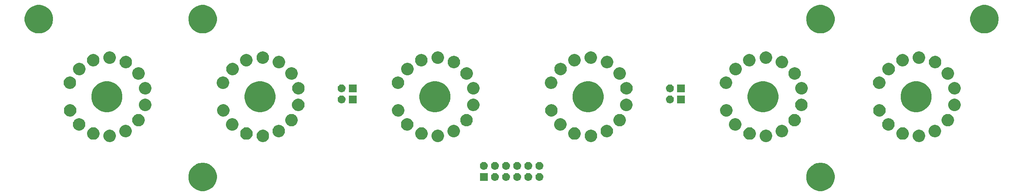
<source format=gbr>
G04 #@! TF.GenerationSoftware,KiCad,Pcbnew,(5.1.0-0)*
G04 #@! TF.CreationDate,2019-05-22T01:12:31-05:00*
G04 #@! TF.ProjectId,IN-18,494e2d31-382e-46b6-9963-61645f706362,rev?*
G04 #@! TF.SameCoordinates,Original*
G04 #@! TF.FileFunction,Soldermask,Top*
G04 #@! TF.FilePolarity,Negative*
%FSLAX46Y46*%
G04 Gerber Fmt 4.6, Leading zero omitted, Abs format (unit mm)*
G04 Created by KiCad (PCBNEW (5.1.0-0)) date 2019-05-22 01:12:31*
%MOMM*%
%LPD*%
G04 APERTURE LIST*
%ADD10C,0.100000*%
G04 APERTURE END LIST*
D10*
G36*
X219963239Y-113651467D02*
G01*
X220277282Y-113713934D01*
X220868926Y-113959001D01*
X221158523Y-114152504D01*
X221379267Y-114300000D01*
X221401392Y-114314784D01*
X221854216Y-114767608D01*
X222209999Y-115300074D01*
X222455066Y-115891718D01*
X222455066Y-115891719D01*
X222580000Y-116519803D01*
X222580000Y-117160197D01*
X222543640Y-117342989D01*
X222455066Y-117788282D01*
X222209999Y-118379926D01*
X221854216Y-118912392D01*
X221401392Y-119365216D01*
X220868926Y-119720999D01*
X220277282Y-119966066D01*
X219963239Y-120028533D01*
X219649197Y-120091000D01*
X219008803Y-120091000D01*
X218694761Y-120028533D01*
X218380718Y-119966066D01*
X217789074Y-119720999D01*
X217256608Y-119365216D01*
X216803784Y-118912392D01*
X216448001Y-118379926D01*
X216202934Y-117788282D01*
X216114360Y-117342989D01*
X216078000Y-117160197D01*
X216078000Y-116519803D01*
X216202934Y-115891719D01*
X216202934Y-115891718D01*
X216448001Y-115300074D01*
X216803784Y-114767608D01*
X217256608Y-114314784D01*
X217278734Y-114300000D01*
X217499477Y-114152504D01*
X217789074Y-113959001D01*
X218380718Y-113713934D01*
X218694761Y-113651467D01*
X219008803Y-113589000D01*
X219649197Y-113589000D01*
X219963239Y-113651467D01*
X219963239Y-113651467D01*
G37*
G36*
X78739239Y-113651467D02*
G01*
X79053282Y-113713934D01*
X79644926Y-113959001D01*
X79934523Y-114152504D01*
X80155267Y-114300000D01*
X80177392Y-114314784D01*
X80630216Y-114767608D01*
X80985999Y-115300074D01*
X81231066Y-115891718D01*
X81231066Y-115891719D01*
X81356000Y-116519803D01*
X81356000Y-117160197D01*
X81319640Y-117342989D01*
X81231066Y-117788282D01*
X80985999Y-118379926D01*
X80630216Y-118912392D01*
X80177392Y-119365216D01*
X79644926Y-119720999D01*
X79053282Y-119966066D01*
X78739239Y-120028533D01*
X78425197Y-120091000D01*
X77784803Y-120091000D01*
X77470761Y-120028533D01*
X77156718Y-119966066D01*
X76565074Y-119720999D01*
X76032608Y-119365216D01*
X75579784Y-118912392D01*
X75224001Y-118379926D01*
X74978934Y-117788282D01*
X74890360Y-117342989D01*
X74854000Y-117160197D01*
X74854000Y-116519803D01*
X74978934Y-115891719D01*
X74978934Y-115891718D01*
X75224001Y-115300074D01*
X75579784Y-114767608D01*
X76032608Y-114314784D01*
X76054734Y-114300000D01*
X76275477Y-114152504D01*
X76565074Y-113959001D01*
X77156718Y-113713934D01*
X77470761Y-113651467D01*
X77784803Y-113589000D01*
X78425197Y-113589000D01*
X78739239Y-113651467D01*
X78739239Y-113651467D01*
G37*
G36*
X150097442Y-115945518D02*
G01*
X150163627Y-115952037D01*
X150333466Y-116003557D01*
X150489991Y-116087222D01*
X150525729Y-116116552D01*
X150627186Y-116199814D01*
X150710448Y-116301271D01*
X150739778Y-116337009D01*
X150823443Y-116493534D01*
X150874963Y-116663373D01*
X150892359Y-116840000D01*
X150874963Y-117016627D01*
X150823443Y-117186466D01*
X150739778Y-117342991D01*
X150710448Y-117378729D01*
X150627186Y-117480186D01*
X150525729Y-117563448D01*
X150489991Y-117592778D01*
X150333466Y-117676443D01*
X150163627Y-117727963D01*
X150097442Y-117734482D01*
X150031260Y-117741000D01*
X149942740Y-117741000D01*
X149876558Y-117734482D01*
X149810373Y-117727963D01*
X149640534Y-117676443D01*
X149484009Y-117592778D01*
X149448271Y-117563448D01*
X149346814Y-117480186D01*
X149263552Y-117378729D01*
X149234222Y-117342991D01*
X149150557Y-117186466D01*
X149099037Y-117016627D01*
X149081641Y-116840000D01*
X149099037Y-116663373D01*
X149150557Y-116493534D01*
X149234222Y-116337009D01*
X149263552Y-116301271D01*
X149346814Y-116199814D01*
X149448271Y-116116552D01*
X149484009Y-116087222D01*
X149640534Y-116003557D01*
X149810373Y-115952037D01*
X149876558Y-115945518D01*
X149942740Y-115939000D01*
X150031260Y-115939000D01*
X150097442Y-115945518D01*
X150097442Y-115945518D01*
G37*
G36*
X147557442Y-115945518D02*
G01*
X147623627Y-115952037D01*
X147793466Y-116003557D01*
X147949991Y-116087222D01*
X147985729Y-116116552D01*
X148087186Y-116199814D01*
X148170448Y-116301271D01*
X148199778Y-116337009D01*
X148283443Y-116493534D01*
X148334963Y-116663373D01*
X148352359Y-116840000D01*
X148334963Y-117016627D01*
X148283443Y-117186466D01*
X148199778Y-117342991D01*
X148170448Y-117378729D01*
X148087186Y-117480186D01*
X147985729Y-117563448D01*
X147949991Y-117592778D01*
X147793466Y-117676443D01*
X147623627Y-117727963D01*
X147557442Y-117734482D01*
X147491260Y-117741000D01*
X147402740Y-117741000D01*
X147336558Y-117734482D01*
X147270373Y-117727963D01*
X147100534Y-117676443D01*
X146944009Y-117592778D01*
X146908271Y-117563448D01*
X146806814Y-117480186D01*
X146723552Y-117378729D01*
X146694222Y-117342991D01*
X146610557Y-117186466D01*
X146559037Y-117016627D01*
X146541641Y-116840000D01*
X146559037Y-116663373D01*
X146610557Y-116493534D01*
X146694222Y-116337009D01*
X146723552Y-116301271D01*
X146806814Y-116199814D01*
X146908271Y-116116552D01*
X146944009Y-116087222D01*
X147100534Y-116003557D01*
X147270373Y-115952037D01*
X147336558Y-115945518D01*
X147402740Y-115939000D01*
X147491260Y-115939000D01*
X147557442Y-115945518D01*
X147557442Y-115945518D01*
G37*
G36*
X145017442Y-115945518D02*
G01*
X145083627Y-115952037D01*
X145253466Y-116003557D01*
X145409991Y-116087222D01*
X145445729Y-116116552D01*
X145547186Y-116199814D01*
X145630448Y-116301271D01*
X145659778Y-116337009D01*
X145743443Y-116493534D01*
X145794963Y-116663373D01*
X145812359Y-116840000D01*
X145794963Y-117016627D01*
X145743443Y-117186466D01*
X145659778Y-117342991D01*
X145630448Y-117378729D01*
X145547186Y-117480186D01*
X145445729Y-117563448D01*
X145409991Y-117592778D01*
X145253466Y-117676443D01*
X145083627Y-117727963D01*
X145017442Y-117734482D01*
X144951260Y-117741000D01*
X144862740Y-117741000D01*
X144796558Y-117734482D01*
X144730373Y-117727963D01*
X144560534Y-117676443D01*
X144404009Y-117592778D01*
X144368271Y-117563448D01*
X144266814Y-117480186D01*
X144183552Y-117378729D01*
X144154222Y-117342991D01*
X144070557Y-117186466D01*
X144019037Y-117016627D01*
X144001641Y-116840000D01*
X144019037Y-116663373D01*
X144070557Y-116493534D01*
X144154222Y-116337009D01*
X144183552Y-116301271D01*
X144266814Y-116199814D01*
X144368271Y-116116552D01*
X144404009Y-116087222D01*
X144560534Y-116003557D01*
X144730373Y-115952037D01*
X144796558Y-115945518D01*
X144862740Y-115939000D01*
X144951260Y-115939000D01*
X145017442Y-115945518D01*
X145017442Y-115945518D01*
G37*
G36*
X143268000Y-117741000D02*
G01*
X141466000Y-117741000D01*
X141466000Y-115939000D01*
X143268000Y-115939000D01*
X143268000Y-117741000D01*
X143268000Y-117741000D01*
G37*
G36*
X155177442Y-115945518D02*
G01*
X155243627Y-115952037D01*
X155413466Y-116003557D01*
X155569991Y-116087222D01*
X155605729Y-116116552D01*
X155707186Y-116199814D01*
X155790448Y-116301271D01*
X155819778Y-116337009D01*
X155903443Y-116493534D01*
X155954963Y-116663373D01*
X155972359Y-116840000D01*
X155954963Y-117016627D01*
X155903443Y-117186466D01*
X155819778Y-117342991D01*
X155790448Y-117378729D01*
X155707186Y-117480186D01*
X155605729Y-117563448D01*
X155569991Y-117592778D01*
X155413466Y-117676443D01*
X155243627Y-117727963D01*
X155177442Y-117734482D01*
X155111260Y-117741000D01*
X155022740Y-117741000D01*
X154956558Y-117734482D01*
X154890373Y-117727963D01*
X154720534Y-117676443D01*
X154564009Y-117592778D01*
X154528271Y-117563448D01*
X154426814Y-117480186D01*
X154343552Y-117378729D01*
X154314222Y-117342991D01*
X154230557Y-117186466D01*
X154179037Y-117016627D01*
X154161641Y-116840000D01*
X154179037Y-116663373D01*
X154230557Y-116493534D01*
X154314222Y-116337009D01*
X154343552Y-116301271D01*
X154426814Y-116199814D01*
X154528271Y-116116552D01*
X154564009Y-116087222D01*
X154720534Y-116003557D01*
X154890373Y-115952037D01*
X154956558Y-115945518D01*
X155022740Y-115939000D01*
X155111260Y-115939000D01*
X155177442Y-115945518D01*
X155177442Y-115945518D01*
G37*
G36*
X152637442Y-115945518D02*
G01*
X152703627Y-115952037D01*
X152873466Y-116003557D01*
X153029991Y-116087222D01*
X153065729Y-116116552D01*
X153167186Y-116199814D01*
X153250448Y-116301271D01*
X153279778Y-116337009D01*
X153363443Y-116493534D01*
X153414963Y-116663373D01*
X153432359Y-116840000D01*
X153414963Y-117016627D01*
X153363443Y-117186466D01*
X153279778Y-117342991D01*
X153250448Y-117378729D01*
X153167186Y-117480186D01*
X153065729Y-117563448D01*
X153029991Y-117592778D01*
X152873466Y-117676443D01*
X152703627Y-117727963D01*
X152637442Y-117734482D01*
X152571260Y-117741000D01*
X152482740Y-117741000D01*
X152416558Y-117734482D01*
X152350373Y-117727963D01*
X152180534Y-117676443D01*
X152024009Y-117592778D01*
X151988271Y-117563448D01*
X151886814Y-117480186D01*
X151803552Y-117378729D01*
X151774222Y-117342991D01*
X151690557Y-117186466D01*
X151639037Y-117016627D01*
X151621641Y-116840000D01*
X151639037Y-116663373D01*
X151690557Y-116493534D01*
X151774222Y-116337009D01*
X151803552Y-116301271D01*
X151886814Y-116199814D01*
X151988271Y-116116552D01*
X152024009Y-116087222D01*
X152180534Y-116003557D01*
X152350373Y-115952037D01*
X152416558Y-115945518D01*
X152482740Y-115939000D01*
X152571260Y-115939000D01*
X152637442Y-115945518D01*
X152637442Y-115945518D01*
G37*
G36*
X142477443Y-113405519D02*
G01*
X142543627Y-113412037D01*
X142713466Y-113463557D01*
X142869991Y-113547222D01*
X142905729Y-113576552D01*
X143007186Y-113659814D01*
X143051600Y-113713934D01*
X143119778Y-113797009D01*
X143203443Y-113953534D01*
X143254963Y-114123373D01*
X143272359Y-114300000D01*
X143254963Y-114476627D01*
X143203443Y-114646466D01*
X143119778Y-114802991D01*
X143090448Y-114838729D01*
X143007186Y-114940186D01*
X142920420Y-115011392D01*
X142869991Y-115052778D01*
X142713466Y-115136443D01*
X142543627Y-115187963D01*
X142477442Y-115194482D01*
X142411260Y-115201000D01*
X142322740Y-115201000D01*
X142256558Y-115194482D01*
X142190373Y-115187963D01*
X142020534Y-115136443D01*
X141864009Y-115052778D01*
X141813580Y-115011392D01*
X141726814Y-114940186D01*
X141643552Y-114838729D01*
X141614222Y-114802991D01*
X141530557Y-114646466D01*
X141479037Y-114476627D01*
X141461641Y-114300000D01*
X141479037Y-114123373D01*
X141530557Y-113953534D01*
X141614222Y-113797009D01*
X141682400Y-113713934D01*
X141726814Y-113659814D01*
X141828271Y-113576552D01*
X141864009Y-113547222D01*
X142020534Y-113463557D01*
X142190373Y-113412037D01*
X142256557Y-113405519D01*
X142322740Y-113399000D01*
X142411260Y-113399000D01*
X142477443Y-113405519D01*
X142477443Y-113405519D01*
G37*
G36*
X145017443Y-113405519D02*
G01*
X145083627Y-113412037D01*
X145253466Y-113463557D01*
X145409991Y-113547222D01*
X145445729Y-113576552D01*
X145547186Y-113659814D01*
X145591600Y-113713934D01*
X145659778Y-113797009D01*
X145743443Y-113953534D01*
X145794963Y-114123373D01*
X145812359Y-114300000D01*
X145794963Y-114476627D01*
X145743443Y-114646466D01*
X145659778Y-114802991D01*
X145630448Y-114838729D01*
X145547186Y-114940186D01*
X145460420Y-115011392D01*
X145409991Y-115052778D01*
X145253466Y-115136443D01*
X145083627Y-115187963D01*
X145017442Y-115194482D01*
X144951260Y-115201000D01*
X144862740Y-115201000D01*
X144796558Y-115194482D01*
X144730373Y-115187963D01*
X144560534Y-115136443D01*
X144404009Y-115052778D01*
X144353580Y-115011392D01*
X144266814Y-114940186D01*
X144183552Y-114838729D01*
X144154222Y-114802991D01*
X144070557Y-114646466D01*
X144019037Y-114476627D01*
X144001641Y-114300000D01*
X144019037Y-114123373D01*
X144070557Y-113953534D01*
X144154222Y-113797009D01*
X144222400Y-113713934D01*
X144266814Y-113659814D01*
X144368271Y-113576552D01*
X144404009Y-113547222D01*
X144560534Y-113463557D01*
X144730373Y-113412037D01*
X144796557Y-113405519D01*
X144862740Y-113399000D01*
X144951260Y-113399000D01*
X145017443Y-113405519D01*
X145017443Y-113405519D01*
G37*
G36*
X147557443Y-113405519D02*
G01*
X147623627Y-113412037D01*
X147793466Y-113463557D01*
X147949991Y-113547222D01*
X147985729Y-113576552D01*
X148087186Y-113659814D01*
X148131600Y-113713934D01*
X148199778Y-113797009D01*
X148283443Y-113953534D01*
X148334963Y-114123373D01*
X148352359Y-114300000D01*
X148334963Y-114476627D01*
X148283443Y-114646466D01*
X148199778Y-114802991D01*
X148170448Y-114838729D01*
X148087186Y-114940186D01*
X148000420Y-115011392D01*
X147949991Y-115052778D01*
X147793466Y-115136443D01*
X147623627Y-115187963D01*
X147557442Y-115194482D01*
X147491260Y-115201000D01*
X147402740Y-115201000D01*
X147336558Y-115194482D01*
X147270373Y-115187963D01*
X147100534Y-115136443D01*
X146944009Y-115052778D01*
X146893580Y-115011392D01*
X146806814Y-114940186D01*
X146723552Y-114838729D01*
X146694222Y-114802991D01*
X146610557Y-114646466D01*
X146559037Y-114476627D01*
X146541641Y-114300000D01*
X146559037Y-114123373D01*
X146610557Y-113953534D01*
X146694222Y-113797009D01*
X146762400Y-113713934D01*
X146806814Y-113659814D01*
X146908271Y-113576552D01*
X146944009Y-113547222D01*
X147100534Y-113463557D01*
X147270373Y-113412037D01*
X147336557Y-113405519D01*
X147402740Y-113399000D01*
X147491260Y-113399000D01*
X147557443Y-113405519D01*
X147557443Y-113405519D01*
G37*
G36*
X150097443Y-113405519D02*
G01*
X150163627Y-113412037D01*
X150333466Y-113463557D01*
X150489991Y-113547222D01*
X150525729Y-113576552D01*
X150627186Y-113659814D01*
X150671600Y-113713934D01*
X150739778Y-113797009D01*
X150823443Y-113953534D01*
X150874963Y-114123373D01*
X150892359Y-114300000D01*
X150874963Y-114476627D01*
X150823443Y-114646466D01*
X150739778Y-114802991D01*
X150710448Y-114838729D01*
X150627186Y-114940186D01*
X150540420Y-115011392D01*
X150489991Y-115052778D01*
X150333466Y-115136443D01*
X150163627Y-115187963D01*
X150097442Y-115194482D01*
X150031260Y-115201000D01*
X149942740Y-115201000D01*
X149876558Y-115194482D01*
X149810373Y-115187963D01*
X149640534Y-115136443D01*
X149484009Y-115052778D01*
X149433580Y-115011392D01*
X149346814Y-114940186D01*
X149263552Y-114838729D01*
X149234222Y-114802991D01*
X149150557Y-114646466D01*
X149099037Y-114476627D01*
X149081641Y-114300000D01*
X149099037Y-114123373D01*
X149150557Y-113953534D01*
X149234222Y-113797009D01*
X149302400Y-113713934D01*
X149346814Y-113659814D01*
X149448271Y-113576552D01*
X149484009Y-113547222D01*
X149640534Y-113463557D01*
X149810373Y-113412037D01*
X149876557Y-113405519D01*
X149942740Y-113399000D01*
X150031260Y-113399000D01*
X150097443Y-113405519D01*
X150097443Y-113405519D01*
G37*
G36*
X152637443Y-113405519D02*
G01*
X152703627Y-113412037D01*
X152873466Y-113463557D01*
X153029991Y-113547222D01*
X153065729Y-113576552D01*
X153167186Y-113659814D01*
X153211600Y-113713934D01*
X153279778Y-113797009D01*
X153363443Y-113953534D01*
X153414963Y-114123373D01*
X153432359Y-114300000D01*
X153414963Y-114476627D01*
X153363443Y-114646466D01*
X153279778Y-114802991D01*
X153250448Y-114838729D01*
X153167186Y-114940186D01*
X153080420Y-115011392D01*
X153029991Y-115052778D01*
X152873466Y-115136443D01*
X152703627Y-115187963D01*
X152637442Y-115194482D01*
X152571260Y-115201000D01*
X152482740Y-115201000D01*
X152416558Y-115194482D01*
X152350373Y-115187963D01*
X152180534Y-115136443D01*
X152024009Y-115052778D01*
X151973580Y-115011392D01*
X151886814Y-114940186D01*
X151803552Y-114838729D01*
X151774222Y-114802991D01*
X151690557Y-114646466D01*
X151639037Y-114476627D01*
X151621641Y-114300000D01*
X151639037Y-114123373D01*
X151690557Y-113953534D01*
X151774222Y-113797009D01*
X151842400Y-113713934D01*
X151886814Y-113659814D01*
X151988271Y-113576552D01*
X152024009Y-113547222D01*
X152180534Y-113463557D01*
X152350373Y-113412037D01*
X152416557Y-113405519D01*
X152482740Y-113399000D01*
X152571260Y-113399000D01*
X152637443Y-113405519D01*
X152637443Y-113405519D01*
G37*
G36*
X155177443Y-113405519D02*
G01*
X155243627Y-113412037D01*
X155413466Y-113463557D01*
X155569991Y-113547222D01*
X155605729Y-113576552D01*
X155707186Y-113659814D01*
X155751600Y-113713934D01*
X155819778Y-113797009D01*
X155903443Y-113953534D01*
X155954963Y-114123373D01*
X155972359Y-114300000D01*
X155954963Y-114476627D01*
X155903443Y-114646466D01*
X155819778Y-114802991D01*
X155790448Y-114838729D01*
X155707186Y-114940186D01*
X155620420Y-115011392D01*
X155569991Y-115052778D01*
X155413466Y-115136443D01*
X155243627Y-115187963D01*
X155177442Y-115194482D01*
X155111260Y-115201000D01*
X155022740Y-115201000D01*
X154956558Y-115194482D01*
X154890373Y-115187963D01*
X154720534Y-115136443D01*
X154564009Y-115052778D01*
X154513580Y-115011392D01*
X154426814Y-114940186D01*
X154343552Y-114838729D01*
X154314222Y-114802991D01*
X154230557Y-114646466D01*
X154179037Y-114476627D01*
X154161641Y-114300000D01*
X154179037Y-114123373D01*
X154230557Y-113953534D01*
X154314222Y-113797009D01*
X154382400Y-113713934D01*
X154426814Y-113659814D01*
X154528271Y-113576552D01*
X154564009Y-113547222D01*
X154720534Y-113463557D01*
X154890373Y-113412037D01*
X154956557Y-113405519D01*
X155022740Y-113399000D01*
X155111260Y-113399000D01*
X155177443Y-113405519D01*
X155177443Y-113405519D01*
G37*
G36*
X167268809Y-106027620D02*
G01*
X167528323Y-106135114D01*
X167528324Y-106135115D01*
X167761882Y-106291173D01*
X167960507Y-106489798D01*
X167960508Y-106489800D01*
X168116566Y-106723357D01*
X168224060Y-106982871D01*
X168278860Y-107258370D01*
X168278860Y-107539270D01*
X168224060Y-107814769D01*
X168116566Y-108074283D01*
X168039066Y-108190270D01*
X167960507Y-108307842D01*
X167761882Y-108506467D01*
X167644310Y-108585026D01*
X167528323Y-108662526D01*
X167268809Y-108770020D01*
X166993310Y-108824820D01*
X166712410Y-108824820D01*
X166436911Y-108770020D01*
X166177397Y-108662526D01*
X166061410Y-108585026D01*
X165943838Y-108506467D01*
X165745213Y-108307842D01*
X165666654Y-108190270D01*
X165589154Y-108074283D01*
X165481660Y-107814769D01*
X165426860Y-107539270D01*
X165426860Y-107258370D01*
X165481660Y-106982871D01*
X165589154Y-106723357D01*
X165745212Y-106489800D01*
X165745213Y-106489798D01*
X165943838Y-106291173D01*
X166177396Y-106135115D01*
X166177397Y-106135114D01*
X166436911Y-106027620D01*
X166712410Y-105972820D01*
X166993310Y-105972820D01*
X167268809Y-106027620D01*
X167268809Y-106027620D01*
G37*
G36*
X207268809Y-106027620D02*
G01*
X207528323Y-106135114D01*
X207528324Y-106135115D01*
X207761882Y-106291173D01*
X207960507Y-106489798D01*
X207960508Y-106489800D01*
X208116566Y-106723357D01*
X208224060Y-106982871D01*
X208278860Y-107258370D01*
X208278860Y-107539270D01*
X208224060Y-107814769D01*
X208116566Y-108074283D01*
X208039066Y-108190270D01*
X207960507Y-108307842D01*
X207761882Y-108506467D01*
X207644310Y-108585026D01*
X207528323Y-108662526D01*
X207268809Y-108770020D01*
X206993310Y-108824820D01*
X206712410Y-108824820D01*
X206436911Y-108770020D01*
X206177397Y-108662526D01*
X206061410Y-108585026D01*
X205943838Y-108506467D01*
X205745213Y-108307842D01*
X205666654Y-108190270D01*
X205589154Y-108074283D01*
X205481660Y-107814769D01*
X205426860Y-107539270D01*
X205426860Y-107258370D01*
X205481660Y-106982871D01*
X205589154Y-106723357D01*
X205745212Y-106489800D01*
X205745213Y-106489798D01*
X205943838Y-106291173D01*
X206177396Y-106135115D01*
X206177397Y-106135114D01*
X206436911Y-106027620D01*
X206712410Y-105972820D01*
X206993310Y-105972820D01*
X207268809Y-106027620D01*
X207268809Y-106027620D01*
G37*
G36*
X242268809Y-106027620D02*
G01*
X242528323Y-106135114D01*
X242528324Y-106135115D01*
X242761882Y-106291173D01*
X242960507Y-106489798D01*
X242960508Y-106489800D01*
X243116566Y-106723357D01*
X243224060Y-106982871D01*
X243278860Y-107258370D01*
X243278860Y-107539270D01*
X243224060Y-107814769D01*
X243116566Y-108074283D01*
X243039066Y-108190270D01*
X242960507Y-108307842D01*
X242761882Y-108506467D01*
X242644310Y-108585026D01*
X242528323Y-108662526D01*
X242268809Y-108770020D01*
X241993310Y-108824820D01*
X241712410Y-108824820D01*
X241436911Y-108770020D01*
X241177397Y-108662526D01*
X241061410Y-108585026D01*
X240943838Y-108506467D01*
X240745213Y-108307842D01*
X240666654Y-108190270D01*
X240589154Y-108074283D01*
X240481660Y-107814769D01*
X240426860Y-107539270D01*
X240426860Y-107258370D01*
X240481660Y-106982871D01*
X240589154Y-106723357D01*
X240745212Y-106489800D01*
X240745213Y-106489798D01*
X240943838Y-106291173D01*
X241177396Y-106135115D01*
X241177397Y-106135114D01*
X241436911Y-106027620D01*
X241712410Y-105972820D01*
X241993310Y-105972820D01*
X242268809Y-106027620D01*
X242268809Y-106027620D01*
G37*
G36*
X92268809Y-106027620D02*
G01*
X92528323Y-106135114D01*
X92528324Y-106135115D01*
X92761882Y-106291173D01*
X92960507Y-106489798D01*
X92960508Y-106489800D01*
X93116566Y-106723357D01*
X93224060Y-106982871D01*
X93278860Y-107258370D01*
X93278860Y-107539270D01*
X93224060Y-107814769D01*
X93116566Y-108074283D01*
X93039066Y-108190270D01*
X92960507Y-108307842D01*
X92761882Y-108506467D01*
X92644310Y-108585026D01*
X92528323Y-108662526D01*
X92268809Y-108770020D01*
X91993310Y-108824820D01*
X91712410Y-108824820D01*
X91436911Y-108770020D01*
X91177397Y-108662526D01*
X91061410Y-108585026D01*
X90943838Y-108506467D01*
X90745213Y-108307842D01*
X90666654Y-108190270D01*
X90589154Y-108074283D01*
X90481660Y-107814769D01*
X90426860Y-107539270D01*
X90426860Y-107258370D01*
X90481660Y-106982871D01*
X90589154Y-106723357D01*
X90745212Y-106489800D01*
X90745213Y-106489798D01*
X90943838Y-106291173D01*
X91177396Y-106135115D01*
X91177397Y-106135114D01*
X91436911Y-106027620D01*
X91712410Y-105972820D01*
X91993310Y-105972820D01*
X92268809Y-106027620D01*
X92268809Y-106027620D01*
G37*
G36*
X57268809Y-106027620D02*
G01*
X57528323Y-106135114D01*
X57528324Y-106135115D01*
X57761882Y-106291173D01*
X57960507Y-106489798D01*
X57960508Y-106489800D01*
X58116566Y-106723357D01*
X58224060Y-106982871D01*
X58278860Y-107258370D01*
X58278860Y-107539270D01*
X58224060Y-107814769D01*
X58116566Y-108074283D01*
X58039066Y-108190270D01*
X57960507Y-108307842D01*
X57761882Y-108506467D01*
X57644310Y-108585026D01*
X57528323Y-108662526D01*
X57268809Y-108770020D01*
X56993310Y-108824820D01*
X56712410Y-108824820D01*
X56436911Y-108770020D01*
X56177397Y-108662526D01*
X56061410Y-108585026D01*
X55943838Y-108506467D01*
X55745213Y-108307842D01*
X55666654Y-108190270D01*
X55589154Y-108074283D01*
X55481660Y-107814769D01*
X55426860Y-107539270D01*
X55426860Y-107258370D01*
X55481660Y-106982871D01*
X55589154Y-106723357D01*
X55745212Y-106489800D01*
X55745213Y-106489798D01*
X55943838Y-106291173D01*
X56177396Y-106135115D01*
X56177397Y-106135114D01*
X56436911Y-106027620D01*
X56712410Y-105972820D01*
X56993310Y-105972820D01*
X57268809Y-106027620D01*
X57268809Y-106027620D01*
G37*
G36*
X132268809Y-106027620D02*
G01*
X132528323Y-106135114D01*
X132528324Y-106135115D01*
X132761882Y-106291173D01*
X132960507Y-106489798D01*
X132960508Y-106489800D01*
X133116566Y-106723357D01*
X133224060Y-106982871D01*
X133278860Y-107258370D01*
X133278860Y-107539270D01*
X133224060Y-107814769D01*
X133116566Y-108074283D01*
X133039066Y-108190270D01*
X132960507Y-108307842D01*
X132761882Y-108506467D01*
X132644310Y-108585026D01*
X132528323Y-108662526D01*
X132268809Y-108770020D01*
X131993310Y-108824820D01*
X131712410Y-108824820D01*
X131436911Y-108770020D01*
X131177397Y-108662526D01*
X131061410Y-108585026D01*
X130943838Y-108506467D01*
X130745213Y-108307842D01*
X130666654Y-108190270D01*
X130589154Y-108074283D01*
X130481660Y-107814769D01*
X130426860Y-107539270D01*
X130426860Y-107258370D01*
X130481660Y-106982871D01*
X130589154Y-106723357D01*
X130745212Y-106489800D01*
X130745213Y-106489798D01*
X130943838Y-106291173D01*
X131177396Y-106135115D01*
X131177397Y-106135114D01*
X131436911Y-106027620D01*
X131712410Y-105972820D01*
X131993310Y-105972820D01*
X132268809Y-106027620D01*
X132268809Y-106027620D01*
G37*
G36*
X88522309Y-105501840D02*
G01*
X88781823Y-105609334D01*
X88781824Y-105609335D01*
X89015382Y-105765393D01*
X89214007Y-105964018D01*
X89214008Y-105964020D01*
X89370066Y-106197577D01*
X89477560Y-106457091D01*
X89532360Y-106732590D01*
X89532360Y-107013490D01*
X89477560Y-107288989D01*
X89370066Y-107548503D01*
X89370065Y-107548504D01*
X89214007Y-107782062D01*
X89015382Y-107980687D01*
X88897810Y-108059246D01*
X88781823Y-108136746D01*
X88522309Y-108244240D01*
X88246810Y-108299040D01*
X87965910Y-108299040D01*
X87690411Y-108244240D01*
X87430897Y-108136746D01*
X87314910Y-108059246D01*
X87197338Y-107980687D01*
X86998713Y-107782062D01*
X86842655Y-107548504D01*
X86842654Y-107548503D01*
X86735160Y-107288989D01*
X86680360Y-107013490D01*
X86680360Y-106732590D01*
X86735160Y-106457091D01*
X86842654Y-106197577D01*
X86998712Y-105964020D01*
X86998713Y-105964018D01*
X87197338Y-105765393D01*
X87430896Y-105609335D01*
X87430897Y-105609334D01*
X87690411Y-105501840D01*
X87965910Y-105447040D01*
X88246810Y-105447040D01*
X88522309Y-105501840D01*
X88522309Y-105501840D01*
G37*
G36*
X238522309Y-105501840D02*
G01*
X238781823Y-105609334D01*
X238781824Y-105609335D01*
X239015382Y-105765393D01*
X239214007Y-105964018D01*
X239214008Y-105964020D01*
X239370066Y-106197577D01*
X239477560Y-106457091D01*
X239532360Y-106732590D01*
X239532360Y-107013490D01*
X239477560Y-107288989D01*
X239370066Y-107548503D01*
X239370065Y-107548504D01*
X239214007Y-107782062D01*
X239015382Y-107980687D01*
X238897810Y-108059246D01*
X238781823Y-108136746D01*
X238522309Y-108244240D01*
X238246810Y-108299040D01*
X237965910Y-108299040D01*
X237690411Y-108244240D01*
X237430897Y-108136746D01*
X237314910Y-108059246D01*
X237197338Y-107980687D01*
X236998713Y-107782062D01*
X236842655Y-107548504D01*
X236842654Y-107548503D01*
X236735160Y-107288989D01*
X236680360Y-107013490D01*
X236680360Y-106732590D01*
X236735160Y-106457091D01*
X236842654Y-106197577D01*
X236998712Y-105964020D01*
X236998713Y-105964018D01*
X237197338Y-105765393D01*
X237430896Y-105609335D01*
X237430897Y-105609334D01*
X237690411Y-105501840D01*
X237965910Y-105447040D01*
X238246810Y-105447040D01*
X238522309Y-105501840D01*
X238522309Y-105501840D01*
G37*
G36*
X203522309Y-105501840D02*
G01*
X203781823Y-105609334D01*
X203781824Y-105609335D01*
X204015382Y-105765393D01*
X204214007Y-105964018D01*
X204214008Y-105964020D01*
X204370066Y-106197577D01*
X204477560Y-106457091D01*
X204532360Y-106732590D01*
X204532360Y-107013490D01*
X204477560Y-107288989D01*
X204370066Y-107548503D01*
X204370065Y-107548504D01*
X204214007Y-107782062D01*
X204015382Y-107980687D01*
X203897810Y-108059246D01*
X203781823Y-108136746D01*
X203522309Y-108244240D01*
X203246810Y-108299040D01*
X202965910Y-108299040D01*
X202690411Y-108244240D01*
X202430897Y-108136746D01*
X202314910Y-108059246D01*
X202197338Y-107980687D01*
X201998713Y-107782062D01*
X201842655Y-107548504D01*
X201842654Y-107548503D01*
X201735160Y-107288989D01*
X201680360Y-107013490D01*
X201680360Y-106732590D01*
X201735160Y-106457091D01*
X201842654Y-106197577D01*
X201998712Y-105964020D01*
X201998713Y-105964018D01*
X202197338Y-105765393D01*
X202430896Y-105609335D01*
X202430897Y-105609334D01*
X202690411Y-105501840D01*
X202965910Y-105447040D01*
X203246810Y-105447040D01*
X203522309Y-105501840D01*
X203522309Y-105501840D01*
G37*
G36*
X163522309Y-105501840D02*
G01*
X163781823Y-105609334D01*
X163781824Y-105609335D01*
X164015382Y-105765393D01*
X164214007Y-105964018D01*
X164214008Y-105964020D01*
X164370066Y-106197577D01*
X164477560Y-106457091D01*
X164532360Y-106732590D01*
X164532360Y-107013490D01*
X164477560Y-107288989D01*
X164370066Y-107548503D01*
X164370065Y-107548504D01*
X164214007Y-107782062D01*
X164015382Y-107980687D01*
X163897810Y-108059246D01*
X163781823Y-108136746D01*
X163522309Y-108244240D01*
X163246810Y-108299040D01*
X162965910Y-108299040D01*
X162690411Y-108244240D01*
X162430897Y-108136746D01*
X162314910Y-108059246D01*
X162197338Y-107980687D01*
X161998713Y-107782062D01*
X161842655Y-107548504D01*
X161842654Y-107548503D01*
X161735160Y-107288989D01*
X161680360Y-107013490D01*
X161680360Y-106732590D01*
X161735160Y-106457091D01*
X161842654Y-106197577D01*
X161998712Y-105964020D01*
X161998713Y-105964018D01*
X162197338Y-105765393D01*
X162430896Y-105609335D01*
X162430897Y-105609334D01*
X162690411Y-105501840D01*
X162965910Y-105447040D01*
X163246810Y-105447040D01*
X163522309Y-105501840D01*
X163522309Y-105501840D01*
G37*
G36*
X128522309Y-105501840D02*
G01*
X128781823Y-105609334D01*
X128781824Y-105609335D01*
X129015382Y-105765393D01*
X129214007Y-105964018D01*
X129214008Y-105964020D01*
X129370066Y-106197577D01*
X129477560Y-106457091D01*
X129532360Y-106732590D01*
X129532360Y-107013490D01*
X129477560Y-107288989D01*
X129370066Y-107548503D01*
X129370065Y-107548504D01*
X129214007Y-107782062D01*
X129015382Y-107980687D01*
X128897810Y-108059246D01*
X128781823Y-108136746D01*
X128522309Y-108244240D01*
X128246810Y-108299040D01*
X127965910Y-108299040D01*
X127690411Y-108244240D01*
X127430897Y-108136746D01*
X127314910Y-108059246D01*
X127197338Y-107980687D01*
X126998713Y-107782062D01*
X126842655Y-107548504D01*
X126842654Y-107548503D01*
X126735160Y-107288989D01*
X126680360Y-107013490D01*
X126680360Y-106732590D01*
X126735160Y-106457091D01*
X126842654Y-106197577D01*
X126998712Y-105964020D01*
X126998713Y-105964018D01*
X127197338Y-105765393D01*
X127430896Y-105609335D01*
X127430897Y-105609334D01*
X127690411Y-105501840D01*
X127965910Y-105447040D01*
X128246810Y-105447040D01*
X128522309Y-105501840D01*
X128522309Y-105501840D01*
G37*
G36*
X53522309Y-105501840D02*
G01*
X53781823Y-105609334D01*
X53781824Y-105609335D01*
X54015382Y-105765393D01*
X54214007Y-105964018D01*
X54214008Y-105964020D01*
X54370066Y-106197577D01*
X54477560Y-106457091D01*
X54532360Y-106732590D01*
X54532360Y-107013490D01*
X54477560Y-107288989D01*
X54370066Y-107548503D01*
X54370065Y-107548504D01*
X54214007Y-107782062D01*
X54015382Y-107980687D01*
X53897810Y-108059246D01*
X53781823Y-108136746D01*
X53522309Y-108244240D01*
X53246810Y-108299040D01*
X52965910Y-108299040D01*
X52690411Y-108244240D01*
X52430897Y-108136746D01*
X52314910Y-108059246D01*
X52197338Y-107980687D01*
X51998713Y-107782062D01*
X51842655Y-107548504D01*
X51842654Y-107548503D01*
X51735160Y-107288989D01*
X51680360Y-107013490D01*
X51680360Y-106732590D01*
X51735160Y-106457091D01*
X51842654Y-106197577D01*
X51998712Y-105964020D01*
X51998713Y-105964018D01*
X52197338Y-105765393D01*
X52430896Y-105609335D01*
X52430897Y-105609334D01*
X52690411Y-105501840D01*
X52965910Y-105447040D01*
X53246810Y-105447040D01*
X53522309Y-105501840D01*
X53522309Y-105501840D01*
G37*
G36*
X245901009Y-104958280D02*
G01*
X246160523Y-105065774D01*
X246276510Y-105143274D01*
X246394082Y-105221833D01*
X246592707Y-105420458D01*
X246671266Y-105538030D01*
X246748766Y-105654017D01*
X246856260Y-105913531D01*
X246911060Y-106189030D01*
X246911060Y-106469930D01*
X246856260Y-106745429D01*
X246748766Y-107004943D01*
X246743055Y-107013490D01*
X246592707Y-107238502D01*
X246394082Y-107437127D01*
X246276510Y-107515686D01*
X246160523Y-107593186D01*
X245901009Y-107700680D01*
X245625510Y-107755480D01*
X245344610Y-107755480D01*
X245069111Y-107700680D01*
X244809597Y-107593186D01*
X244693610Y-107515686D01*
X244576038Y-107437127D01*
X244377413Y-107238502D01*
X244227065Y-107013490D01*
X244221354Y-107004943D01*
X244113860Y-106745429D01*
X244059060Y-106469930D01*
X244059060Y-106189030D01*
X244113860Y-105913531D01*
X244221354Y-105654017D01*
X244298854Y-105538030D01*
X244377413Y-105420458D01*
X244576038Y-105221833D01*
X244693610Y-105143274D01*
X244809597Y-105065774D01*
X245069111Y-104958280D01*
X245344610Y-104903480D01*
X245625510Y-104903480D01*
X245901009Y-104958280D01*
X245901009Y-104958280D01*
G37*
G36*
X210901009Y-104958280D02*
G01*
X211160523Y-105065774D01*
X211276510Y-105143274D01*
X211394082Y-105221833D01*
X211592707Y-105420458D01*
X211671266Y-105538030D01*
X211748766Y-105654017D01*
X211856260Y-105913531D01*
X211911060Y-106189030D01*
X211911060Y-106469930D01*
X211856260Y-106745429D01*
X211748766Y-107004943D01*
X211743055Y-107013490D01*
X211592707Y-107238502D01*
X211394082Y-107437127D01*
X211276510Y-107515686D01*
X211160523Y-107593186D01*
X210901009Y-107700680D01*
X210625510Y-107755480D01*
X210344610Y-107755480D01*
X210069111Y-107700680D01*
X209809597Y-107593186D01*
X209693610Y-107515686D01*
X209576038Y-107437127D01*
X209377413Y-107238502D01*
X209227065Y-107013490D01*
X209221354Y-107004943D01*
X209113860Y-106745429D01*
X209059060Y-106469930D01*
X209059060Y-106189030D01*
X209113860Y-105913531D01*
X209221354Y-105654017D01*
X209298854Y-105538030D01*
X209377413Y-105420458D01*
X209576038Y-105221833D01*
X209693610Y-105143274D01*
X209809597Y-105065774D01*
X210069111Y-104958280D01*
X210344610Y-104903480D01*
X210625510Y-104903480D01*
X210901009Y-104958280D01*
X210901009Y-104958280D01*
G37*
G36*
X170901009Y-104958280D02*
G01*
X171160523Y-105065774D01*
X171276510Y-105143274D01*
X171394082Y-105221833D01*
X171592707Y-105420458D01*
X171671266Y-105538030D01*
X171748766Y-105654017D01*
X171856260Y-105913531D01*
X171911060Y-106189030D01*
X171911060Y-106469930D01*
X171856260Y-106745429D01*
X171748766Y-107004943D01*
X171743055Y-107013490D01*
X171592707Y-107238502D01*
X171394082Y-107437127D01*
X171276510Y-107515686D01*
X171160523Y-107593186D01*
X170901009Y-107700680D01*
X170625510Y-107755480D01*
X170344610Y-107755480D01*
X170069111Y-107700680D01*
X169809597Y-107593186D01*
X169693610Y-107515686D01*
X169576038Y-107437127D01*
X169377413Y-107238502D01*
X169227065Y-107013490D01*
X169221354Y-107004943D01*
X169113860Y-106745429D01*
X169059060Y-106469930D01*
X169059060Y-106189030D01*
X169113860Y-105913531D01*
X169221354Y-105654017D01*
X169298854Y-105538030D01*
X169377413Y-105420458D01*
X169576038Y-105221833D01*
X169693610Y-105143274D01*
X169809597Y-105065774D01*
X170069111Y-104958280D01*
X170344610Y-104903480D01*
X170625510Y-104903480D01*
X170901009Y-104958280D01*
X170901009Y-104958280D01*
G37*
G36*
X135901009Y-104958280D02*
G01*
X136160523Y-105065774D01*
X136276510Y-105143274D01*
X136394082Y-105221833D01*
X136592707Y-105420458D01*
X136671266Y-105538030D01*
X136748766Y-105654017D01*
X136856260Y-105913531D01*
X136911060Y-106189030D01*
X136911060Y-106469930D01*
X136856260Y-106745429D01*
X136748766Y-107004943D01*
X136743055Y-107013490D01*
X136592707Y-107238502D01*
X136394082Y-107437127D01*
X136276510Y-107515686D01*
X136160523Y-107593186D01*
X135901009Y-107700680D01*
X135625510Y-107755480D01*
X135344610Y-107755480D01*
X135069111Y-107700680D01*
X134809597Y-107593186D01*
X134693610Y-107515686D01*
X134576038Y-107437127D01*
X134377413Y-107238502D01*
X134227065Y-107013490D01*
X134221354Y-107004943D01*
X134113860Y-106745429D01*
X134059060Y-106469930D01*
X134059060Y-106189030D01*
X134113860Y-105913531D01*
X134221354Y-105654017D01*
X134298854Y-105538030D01*
X134377413Y-105420458D01*
X134576038Y-105221833D01*
X134693610Y-105143274D01*
X134809597Y-105065774D01*
X135069111Y-104958280D01*
X135344610Y-104903480D01*
X135625510Y-104903480D01*
X135901009Y-104958280D01*
X135901009Y-104958280D01*
G37*
G36*
X95901009Y-104958280D02*
G01*
X96160523Y-105065774D01*
X96276510Y-105143274D01*
X96394082Y-105221833D01*
X96592707Y-105420458D01*
X96671266Y-105538030D01*
X96748766Y-105654017D01*
X96856260Y-105913531D01*
X96911060Y-106189030D01*
X96911060Y-106469930D01*
X96856260Y-106745429D01*
X96748766Y-107004943D01*
X96743055Y-107013490D01*
X96592707Y-107238502D01*
X96394082Y-107437127D01*
X96276510Y-107515686D01*
X96160523Y-107593186D01*
X95901009Y-107700680D01*
X95625510Y-107755480D01*
X95344610Y-107755480D01*
X95069111Y-107700680D01*
X94809597Y-107593186D01*
X94693610Y-107515686D01*
X94576038Y-107437127D01*
X94377413Y-107238502D01*
X94227065Y-107013490D01*
X94221354Y-107004943D01*
X94113860Y-106745429D01*
X94059060Y-106469930D01*
X94059060Y-106189030D01*
X94113860Y-105913531D01*
X94221354Y-105654017D01*
X94298854Y-105538030D01*
X94377413Y-105420458D01*
X94576038Y-105221833D01*
X94693610Y-105143274D01*
X94809597Y-105065774D01*
X95069111Y-104958280D01*
X95344610Y-104903480D01*
X95625510Y-104903480D01*
X95901009Y-104958280D01*
X95901009Y-104958280D01*
G37*
G36*
X60901009Y-104958280D02*
G01*
X61160523Y-105065774D01*
X61276510Y-105143274D01*
X61394082Y-105221833D01*
X61592707Y-105420458D01*
X61671266Y-105538030D01*
X61748766Y-105654017D01*
X61856260Y-105913531D01*
X61911060Y-106189030D01*
X61911060Y-106469930D01*
X61856260Y-106745429D01*
X61748766Y-107004943D01*
X61743055Y-107013490D01*
X61592707Y-107238502D01*
X61394082Y-107437127D01*
X61276510Y-107515686D01*
X61160523Y-107593186D01*
X60901009Y-107700680D01*
X60625510Y-107755480D01*
X60344610Y-107755480D01*
X60069111Y-107700680D01*
X59809597Y-107593186D01*
X59693610Y-107515686D01*
X59576038Y-107437127D01*
X59377413Y-107238502D01*
X59227065Y-107013490D01*
X59221354Y-107004943D01*
X59113860Y-106745429D01*
X59059060Y-106469930D01*
X59059060Y-106189030D01*
X59113860Y-105913531D01*
X59221354Y-105654017D01*
X59298854Y-105538030D01*
X59377413Y-105420458D01*
X59576038Y-105221833D01*
X59693610Y-105143274D01*
X59809597Y-105065774D01*
X60069111Y-104958280D01*
X60344610Y-104903480D01*
X60625510Y-104903480D01*
X60901009Y-104958280D01*
X60901009Y-104958280D01*
G37*
G36*
X125263489Y-103434280D02*
G01*
X125523003Y-103541774D01*
X125523004Y-103541775D01*
X125756562Y-103697833D01*
X125955187Y-103896458D01*
X126033746Y-104014030D01*
X126111246Y-104130017D01*
X126218740Y-104389531D01*
X126273540Y-104665030D01*
X126273540Y-104945930D01*
X126218740Y-105221429D01*
X126111246Y-105480943D01*
X126111245Y-105480944D01*
X125955187Y-105714502D01*
X125756562Y-105913127D01*
X125755957Y-105913531D01*
X125523003Y-106069186D01*
X125263489Y-106176680D01*
X124987990Y-106231480D01*
X124707090Y-106231480D01*
X124431591Y-106176680D01*
X124172077Y-106069186D01*
X123939123Y-105913531D01*
X123938518Y-105913127D01*
X123739893Y-105714502D01*
X123583835Y-105480944D01*
X123583834Y-105480943D01*
X123476340Y-105221429D01*
X123421540Y-104945930D01*
X123421540Y-104665030D01*
X123476340Y-104389531D01*
X123583834Y-104130017D01*
X123661334Y-104014030D01*
X123739893Y-103896458D01*
X123938518Y-103697833D01*
X124172076Y-103541775D01*
X124172077Y-103541774D01*
X124431591Y-103434280D01*
X124707090Y-103379480D01*
X124987990Y-103379480D01*
X125263489Y-103434280D01*
X125263489Y-103434280D01*
G37*
G36*
X50263489Y-103434280D02*
G01*
X50523003Y-103541774D01*
X50523004Y-103541775D01*
X50756562Y-103697833D01*
X50955187Y-103896458D01*
X51033746Y-104014030D01*
X51111246Y-104130017D01*
X51218740Y-104389531D01*
X51273540Y-104665030D01*
X51273540Y-104945930D01*
X51218740Y-105221429D01*
X51111246Y-105480943D01*
X51111245Y-105480944D01*
X50955187Y-105714502D01*
X50756562Y-105913127D01*
X50755957Y-105913531D01*
X50523003Y-106069186D01*
X50263489Y-106176680D01*
X49987990Y-106231480D01*
X49707090Y-106231480D01*
X49431591Y-106176680D01*
X49172077Y-106069186D01*
X48939123Y-105913531D01*
X48938518Y-105913127D01*
X48739893Y-105714502D01*
X48583835Y-105480944D01*
X48583834Y-105480943D01*
X48476340Y-105221429D01*
X48421540Y-104945930D01*
X48421540Y-104665030D01*
X48476340Y-104389531D01*
X48583834Y-104130017D01*
X48661334Y-104014030D01*
X48739893Y-103896458D01*
X48938518Y-103697833D01*
X49172076Y-103541775D01*
X49172077Y-103541774D01*
X49431591Y-103434280D01*
X49707090Y-103379480D01*
X49987990Y-103379480D01*
X50263489Y-103434280D01*
X50263489Y-103434280D01*
G37*
G36*
X160263489Y-103434280D02*
G01*
X160523003Y-103541774D01*
X160523004Y-103541775D01*
X160756562Y-103697833D01*
X160955187Y-103896458D01*
X161033746Y-104014030D01*
X161111246Y-104130017D01*
X161218740Y-104389531D01*
X161273540Y-104665030D01*
X161273540Y-104945930D01*
X161218740Y-105221429D01*
X161111246Y-105480943D01*
X161111245Y-105480944D01*
X160955187Y-105714502D01*
X160756562Y-105913127D01*
X160755957Y-105913531D01*
X160523003Y-106069186D01*
X160263489Y-106176680D01*
X159987990Y-106231480D01*
X159707090Y-106231480D01*
X159431591Y-106176680D01*
X159172077Y-106069186D01*
X158939123Y-105913531D01*
X158938518Y-105913127D01*
X158739893Y-105714502D01*
X158583835Y-105480944D01*
X158583834Y-105480943D01*
X158476340Y-105221429D01*
X158421540Y-104945930D01*
X158421540Y-104665030D01*
X158476340Y-104389531D01*
X158583834Y-104130017D01*
X158661334Y-104014030D01*
X158739893Y-103896458D01*
X158938518Y-103697833D01*
X159172076Y-103541775D01*
X159172077Y-103541774D01*
X159431591Y-103434280D01*
X159707090Y-103379480D01*
X159987990Y-103379480D01*
X160263489Y-103434280D01*
X160263489Y-103434280D01*
G37*
G36*
X85263489Y-103434280D02*
G01*
X85523003Y-103541774D01*
X85523004Y-103541775D01*
X85756562Y-103697833D01*
X85955187Y-103896458D01*
X86033746Y-104014030D01*
X86111246Y-104130017D01*
X86218740Y-104389531D01*
X86273540Y-104665030D01*
X86273540Y-104945930D01*
X86218740Y-105221429D01*
X86111246Y-105480943D01*
X86111245Y-105480944D01*
X85955187Y-105714502D01*
X85756562Y-105913127D01*
X85755957Y-105913531D01*
X85523003Y-106069186D01*
X85263489Y-106176680D01*
X84987990Y-106231480D01*
X84707090Y-106231480D01*
X84431591Y-106176680D01*
X84172077Y-106069186D01*
X83939123Y-105913531D01*
X83938518Y-105913127D01*
X83739893Y-105714502D01*
X83583835Y-105480944D01*
X83583834Y-105480943D01*
X83476340Y-105221429D01*
X83421540Y-104945930D01*
X83421540Y-104665030D01*
X83476340Y-104389531D01*
X83583834Y-104130017D01*
X83661334Y-104014030D01*
X83739893Y-103896458D01*
X83938518Y-103697833D01*
X84172076Y-103541775D01*
X84172077Y-103541774D01*
X84431591Y-103434280D01*
X84707090Y-103379480D01*
X84987990Y-103379480D01*
X85263489Y-103434280D01*
X85263489Y-103434280D01*
G37*
G36*
X200263489Y-103434280D02*
G01*
X200523003Y-103541774D01*
X200523004Y-103541775D01*
X200756562Y-103697833D01*
X200955187Y-103896458D01*
X201033746Y-104014030D01*
X201111246Y-104130017D01*
X201218740Y-104389531D01*
X201273540Y-104665030D01*
X201273540Y-104945930D01*
X201218740Y-105221429D01*
X201111246Y-105480943D01*
X201111245Y-105480944D01*
X200955187Y-105714502D01*
X200756562Y-105913127D01*
X200755957Y-105913531D01*
X200523003Y-106069186D01*
X200263489Y-106176680D01*
X199987990Y-106231480D01*
X199707090Y-106231480D01*
X199431591Y-106176680D01*
X199172077Y-106069186D01*
X198939123Y-105913531D01*
X198938518Y-105913127D01*
X198739893Y-105714502D01*
X198583835Y-105480944D01*
X198583834Y-105480943D01*
X198476340Y-105221429D01*
X198421540Y-104945930D01*
X198421540Y-104665030D01*
X198476340Y-104389531D01*
X198583834Y-104130017D01*
X198661334Y-104014030D01*
X198739893Y-103896458D01*
X198938518Y-103697833D01*
X199172076Y-103541775D01*
X199172077Y-103541774D01*
X199431591Y-103434280D01*
X199707090Y-103379480D01*
X199987990Y-103379480D01*
X200263489Y-103434280D01*
X200263489Y-103434280D01*
G37*
G36*
X235263489Y-103434280D02*
G01*
X235523003Y-103541774D01*
X235523004Y-103541775D01*
X235756562Y-103697833D01*
X235955187Y-103896458D01*
X236033746Y-104014030D01*
X236111246Y-104130017D01*
X236218740Y-104389531D01*
X236273540Y-104665030D01*
X236273540Y-104945930D01*
X236218740Y-105221429D01*
X236111246Y-105480943D01*
X236111245Y-105480944D01*
X235955187Y-105714502D01*
X235756562Y-105913127D01*
X235755957Y-105913531D01*
X235523003Y-106069186D01*
X235263489Y-106176680D01*
X234987990Y-106231480D01*
X234707090Y-106231480D01*
X234431591Y-106176680D01*
X234172077Y-106069186D01*
X233939123Y-105913531D01*
X233938518Y-105913127D01*
X233739893Y-105714502D01*
X233583835Y-105480944D01*
X233583834Y-105480943D01*
X233476340Y-105221429D01*
X233421540Y-104945930D01*
X233421540Y-104665030D01*
X233476340Y-104389531D01*
X233583834Y-104130017D01*
X233661334Y-104014030D01*
X233739893Y-103896458D01*
X233938518Y-103697833D01*
X234172076Y-103541775D01*
X234172077Y-103541774D01*
X234431591Y-103434280D01*
X234707090Y-103379480D01*
X234987990Y-103379480D01*
X235263489Y-103434280D01*
X235263489Y-103434280D01*
G37*
G36*
X248824549Y-102438600D02*
G01*
X249084063Y-102546094D01*
X249084064Y-102546095D01*
X249317622Y-102702153D01*
X249516247Y-102900778D01*
X249516248Y-102900780D01*
X249672306Y-103134337D01*
X249779800Y-103393851D01*
X249834600Y-103669350D01*
X249834600Y-103950250D01*
X249779800Y-104225749D01*
X249672306Y-104485263D01*
X249672305Y-104485264D01*
X249516247Y-104718822D01*
X249317622Y-104917447D01*
X249274994Y-104945930D01*
X249084063Y-105073506D01*
X248824549Y-105181000D01*
X248549050Y-105235800D01*
X248268150Y-105235800D01*
X247992651Y-105181000D01*
X247733137Y-105073506D01*
X247542206Y-104945930D01*
X247499578Y-104917447D01*
X247300953Y-104718822D01*
X247144895Y-104485264D01*
X247144894Y-104485263D01*
X247037400Y-104225749D01*
X246982600Y-103950250D01*
X246982600Y-103669350D01*
X247037400Y-103393851D01*
X247144894Y-103134337D01*
X247300952Y-102900780D01*
X247300953Y-102900778D01*
X247499578Y-102702153D01*
X247733136Y-102546095D01*
X247733137Y-102546094D01*
X247992651Y-102438600D01*
X248268150Y-102383800D01*
X248549050Y-102383800D01*
X248824549Y-102438600D01*
X248824549Y-102438600D01*
G37*
G36*
X173824549Y-102438600D02*
G01*
X174084063Y-102546094D01*
X174084064Y-102546095D01*
X174317622Y-102702153D01*
X174516247Y-102900778D01*
X174516248Y-102900780D01*
X174672306Y-103134337D01*
X174779800Y-103393851D01*
X174834600Y-103669350D01*
X174834600Y-103950250D01*
X174779800Y-104225749D01*
X174672306Y-104485263D01*
X174672305Y-104485264D01*
X174516247Y-104718822D01*
X174317622Y-104917447D01*
X174274994Y-104945930D01*
X174084063Y-105073506D01*
X173824549Y-105181000D01*
X173549050Y-105235800D01*
X173268150Y-105235800D01*
X172992651Y-105181000D01*
X172733137Y-105073506D01*
X172542206Y-104945930D01*
X172499578Y-104917447D01*
X172300953Y-104718822D01*
X172144895Y-104485264D01*
X172144894Y-104485263D01*
X172037400Y-104225749D01*
X171982600Y-103950250D01*
X171982600Y-103669350D01*
X172037400Y-103393851D01*
X172144894Y-103134337D01*
X172300952Y-102900780D01*
X172300953Y-102900778D01*
X172499578Y-102702153D01*
X172733136Y-102546095D01*
X172733137Y-102546094D01*
X172992651Y-102438600D01*
X173268150Y-102383800D01*
X173549050Y-102383800D01*
X173824549Y-102438600D01*
X173824549Y-102438600D01*
G37*
G36*
X213824549Y-102438600D02*
G01*
X214084063Y-102546094D01*
X214084064Y-102546095D01*
X214317622Y-102702153D01*
X214516247Y-102900778D01*
X214516248Y-102900780D01*
X214672306Y-103134337D01*
X214779800Y-103393851D01*
X214834600Y-103669350D01*
X214834600Y-103950250D01*
X214779800Y-104225749D01*
X214672306Y-104485263D01*
X214672305Y-104485264D01*
X214516247Y-104718822D01*
X214317622Y-104917447D01*
X214274994Y-104945930D01*
X214084063Y-105073506D01*
X213824549Y-105181000D01*
X213549050Y-105235800D01*
X213268150Y-105235800D01*
X212992651Y-105181000D01*
X212733137Y-105073506D01*
X212542206Y-104945930D01*
X212499578Y-104917447D01*
X212300953Y-104718822D01*
X212144895Y-104485264D01*
X212144894Y-104485263D01*
X212037400Y-104225749D01*
X211982600Y-103950250D01*
X211982600Y-103669350D01*
X212037400Y-103393851D01*
X212144894Y-103134337D01*
X212300952Y-102900780D01*
X212300953Y-102900778D01*
X212499578Y-102702153D01*
X212733136Y-102546095D01*
X212733137Y-102546094D01*
X212992651Y-102438600D01*
X213268150Y-102383800D01*
X213549050Y-102383800D01*
X213824549Y-102438600D01*
X213824549Y-102438600D01*
G37*
G36*
X63824549Y-102438600D02*
G01*
X64084063Y-102546094D01*
X64084064Y-102546095D01*
X64317622Y-102702153D01*
X64516247Y-102900778D01*
X64516248Y-102900780D01*
X64672306Y-103134337D01*
X64779800Y-103393851D01*
X64834600Y-103669350D01*
X64834600Y-103950250D01*
X64779800Y-104225749D01*
X64672306Y-104485263D01*
X64672305Y-104485264D01*
X64516247Y-104718822D01*
X64317622Y-104917447D01*
X64274994Y-104945930D01*
X64084063Y-105073506D01*
X63824549Y-105181000D01*
X63549050Y-105235800D01*
X63268150Y-105235800D01*
X62992651Y-105181000D01*
X62733137Y-105073506D01*
X62542206Y-104945930D01*
X62499578Y-104917447D01*
X62300953Y-104718822D01*
X62144895Y-104485264D01*
X62144894Y-104485263D01*
X62037400Y-104225749D01*
X61982600Y-103950250D01*
X61982600Y-103669350D01*
X62037400Y-103393851D01*
X62144894Y-103134337D01*
X62300952Y-102900780D01*
X62300953Y-102900778D01*
X62499578Y-102702153D01*
X62733136Y-102546095D01*
X62733137Y-102546094D01*
X62992651Y-102438600D01*
X63268150Y-102383800D01*
X63549050Y-102383800D01*
X63824549Y-102438600D01*
X63824549Y-102438600D01*
G37*
G36*
X98824549Y-102438600D02*
G01*
X99084063Y-102546094D01*
X99084064Y-102546095D01*
X99317622Y-102702153D01*
X99516247Y-102900778D01*
X99516248Y-102900780D01*
X99672306Y-103134337D01*
X99779800Y-103393851D01*
X99834600Y-103669350D01*
X99834600Y-103950250D01*
X99779800Y-104225749D01*
X99672306Y-104485263D01*
X99672305Y-104485264D01*
X99516247Y-104718822D01*
X99317622Y-104917447D01*
X99274994Y-104945930D01*
X99084063Y-105073506D01*
X98824549Y-105181000D01*
X98549050Y-105235800D01*
X98268150Y-105235800D01*
X97992651Y-105181000D01*
X97733137Y-105073506D01*
X97542206Y-104945930D01*
X97499578Y-104917447D01*
X97300953Y-104718822D01*
X97144895Y-104485264D01*
X97144894Y-104485263D01*
X97037400Y-104225749D01*
X96982600Y-103950250D01*
X96982600Y-103669350D01*
X97037400Y-103393851D01*
X97144894Y-103134337D01*
X97300952Y-102900780D01*
X97300953Y-102900778D01*
X97499578Y-102702153D01*
X97733136Y-102546095D01*
X97733137Y-102546094D01*
X97992651Y-102438600D01*
X98268150Y-102383800D01*
X98549050Y-102383800D01*
X98824549Y-102438600D01*
X98824549Y-102438600D01*
G37*
G36*
X138824549Y-102438600D02*
G01*
X139084063Y-102546094D01*
X139084064Y-102546095D01*
X139317622Y-102702153D01*
X139516247Y-102900778D01*
X139516248Y-102900780D01*
X139672306Y-103134337D01*
X139779800Y-103393851D01*
X139834600Y-103669350D01*
X139834600Y-103950250D01*
X139779800Y-104225749D01*
X139672306Y-104485263D01*
X139672305Y-104485264D01*
X139516247Y-104718822D01*
X139317622Y-104917447D01*
X139274994Y-104945930D01*
X139084063Y-105073506D01*
X138824549Y-105181000D01*
X138549050Y-105235800D01*
X138268150Y-105235800D01*
X137992651Y-105181000D01*
X137733137Y-105073506D01*
X137542206Y-104945930D01*
X137499578Y-104917447D01*
X137300953Y-104718822D01*
X137144895Y-104485264D01*
X137144894Y-104485263D01*
X137037400Y-104225749D01*
X136982600Y-103950250D01*
X136982600Y-103669350D01*
X137037400Y-103393851D01*
X137144894Y-103134337D01*
X137300952Y-102900780D01*
X137300953Y-102900778D01*
X137499578Y-102702153D01*
X137733136Y-102546095D01*
X137733137Y-102546094D01*
X137992651Y-102438600D01*
X138268150Y-102383800D01*
X138549050Y-102383800D01*
X138824549Y-102438600D01*
X138824549Y-102438600D01*
G37*
G36*
X233218789Y-100175460D02*
G01*
X233478303Y-100282954D01*
X233478304Y-100282955D01*
X233711862Y-100439013D01*
X233910487Y-100637638D01*
X233944559Y-100688631D01*
X234066546Y-100871197D01*
X234174040Y-101130711D01*
X234228840Y-101406210D01*
X234228840Y-101687110D01*
X234174040Y-101962609D01*
X234066546Y-102222123D01*
X234066545Y-102222124D01*
X233910487Y-102455682D01*
X233711862Y-102654307D01*
X233640255Y-102702153D01*
X233478303Y-102810366D01*
X233218789Y-102917860D01*
X232943290Y-102972660D01*
X232662390Y-102972660D01*
X232386891Y-102917860D01*
X232127377Y-102810366D01*
X231965425Y-102702153D01*
X231893818Y-102654307D01*
X231695193Y-102455682D01*
X231539135Y-102222124D01*
X231539134Y-102222123D01*
X231431640Y-101962609D01*
X231376840Y-101687110D01*
X231376840Y-101406210D01*
X231431640Y-101130711D01*
X231539134Y-100871197D01*
X231661121Y-100688631D01*
X231695193Y-100637638D01*
X231893818Y-100439013D01*
X232127376Y-100282955D01*
X232127377Y-100282954D01*
X232386891Y-100175460D01*
X232662390Y-100120660D01*
X232943290Y-100120660D01*
X233218789Y-100175460D01*
X233218789Y-100175460D01*
G37*
G36*
X48218789Y-100175460D02*
G01*
X48478303Y-100282954D01*
X48478304Y-100282955D01*
X48711862Y-100439013D01*
X48910487Y-100637638D01*
X48944559Y-100688631D01*
X49066546Y-100871197D01*
X49174040Y-101130711D01*
X49228840Y-101406210D01*
X49228840Y-101687110D01*
X49174040Y-101962609D01*
X49066546Y-102222123D01*
X49066545Y-102222124D01*
X48910487Y-102455682D01*
X48711862Y-102654307D01*
X48640255Y-102702153D01*
X48478303Y-102810366D01*
X48218789Y-102917860D01*
X47943290Y-102972660D01*
X47662390Y-102972660D01*
X47386891Y-102917860D01*
X47127377Y-102810366D01*
X46965425Y-102702153D01*
X46893818Y-102654307D01*
X46695193Y-102455682D01*
X46539135Y-102222124D01*
X46539134Y-102222123D01*
X46431640Y-101962609D01*
X46376840Y-101687110D01*
X46376840Y-101406210D01*
X46431640Y-101130711D01*
X46539134Y-100871197D01*
X46661121Y-100688631D01*
X46695193Y-100637638D01*
X46893818Y-100439013D01*
X47127376Y-100282955D01*
X47127377Y-100282954D01*
X47386891Y-100175460D01*
X47662390Y-100120660D01*
X47943290Y-100120660D01*
X48218789Y-100175460D01*
X48218789Y-100175460D01*
G37*
G36*
X123218789Y-100175460D02*
G01*
X123478303Y-100282954D01*
X123478304Y-100282955D01*
X123711862Y-100439013D01*
X123910487Y-100637638D01*
X123944559Y-100688631D01*
X124066546Y-100871197D01*
X124174040Y-101130711D01*
X124228840Y-101406210D01*
X124228840Y-101687110D01*
X124174040Y-101962609D01*
X124066546Y-102222123D01*
X124066545Y-102222124D01*
X123910487Y-102455682D01*
X123711862Y-102654307D01*
X123640255Y-102702153D01*
X123478303Y-102810366D01*
X123218789Y-102917860D01*
X122943290Y-102972660D01*
X122662390Y-102972660D01*
X122386891Y-102917860D01*
X122127377Y-102810366D01*
X121965425Y-102702153D01*
X121893818Y-102654307D01*
X121695193Y-102455682D01*
X121539135Y-102222124D01*
X121539134Y-102222123D01*
X121431640Y-101962609D01*
X121376840Y-101687110D01*
X121376840Y-101406210D01*
X121431640Y-101130711D01*
X121539134Y-100871197D01*
X121661121Y-100688631D01*
X121695193Y-100637638D01*
X121893818Y-100439013D01*
X122127376Y-100282955D01*
X122127377Y-100282954D01*
X122386891Y-100175460D01*
X122662390Y-100120660D01*
X122943290Y-100120660D01*
X123218789Y-100175460D01*
X123218789Y-100175460D01*
G37*
G36*
X158218789Y-100175460D02*
G01*
X158478303Y-100282954D01*
X158478304Y-100282955D01*
X158711862Y-100439013D01*
X158910487Y-100637638D01*
X158944559Y-100688631D01*
X159066546Y-100871197D01*
X159174040Y-101130711D01*
X159228840Y-101406210D01*
X159228840Y-101687110D01*
X159174040Y-101962609D01*
X159066546Y-102222123D01*
X159066545Y-102222124D01*
X158910487Y-102455682D01*
X158711862Y-102654307D01*
X158640255Y-102702153D01*
X158478303Y-102810366D01*
X158218789Y-102917860D01*
X157943290Y-102972660D01*
X157662390Y-102972660D01*
X157386891Y-102917860D01*
X157127377Y-102810366D01*
X156965425Y-102702153D01*
X156893818Y-102654307D01*
X156695193Y-102455682D01*
X156539135Y-102222124D01*
X156539134Y-102222123D01*
X156431640Y-101962609D01*
X156376840Y-101687110D01*
X156376840Y-101406210D01*
X156431640Y-101130711D01*
X156539134Y-100871197D01*
X156661121Y-100688631D01*
X156695193Y-100637638D01*
X156893818Y-100439013D01*
X157127376Y-100282955D01*
X157127377Y-100282954D01*
X157386891Y-100175460D01*
X157662390Y-100120660D01*
X157943290Y-100120660D01*
X158218789Y-100175460D01*
X158218789Y-100175460D01*
G37*
G36*
X198218789Y-100175460D02*
G01*
X198478303Y-100282954D01*
X198478304Y-100282955D01*
X198711862Y-100439013D01*
X198910487Y-100637638D01*
X198944559Y-100688631D01*
X199066546Y-100871197D01*
X199174040Y-101130711D01*
X199228840Y-101406210D01*
X199228840Y-101687110D01*
X199174040Y-101962609D01*
X199066546Y-102222123D01*
X199066545Y-102222124D01*
X198910487Y-102455682D01*
X198711862Y-102654307D01*
X198640255Y-102702153D01*
X198478303Y-102810366D01*
X198218789Y-102917860D01*
X197943290Y-102972660D01*
X197662390Y-102972660D01*
X197386891Y-102917860D01*
X197127377Y-102810366D01*
X196965425Y-102702153D01*
X196893818Y-102654307D01*
X196695193Y-102455682D01*
X196539135Y-102222124D01*
X196539134Y-102222123D01*
X196431640Y-101962609D01*
X196376840Y-101687110D01*
X196376840Y-101406210D01*
X196431640Y-101130711D01*
X196539134Y-100871197D01*
X196661121Y-100688631D01*
X196695193Y-100637638D01*
X196893818Y-100439013D01*
X197127376Y-100282955D01*
X197127377Y-100282954D01*
X197386891Y-100175460D01*
X197662390Y-100120660D01*
X197943290Y-100120660D01*
X198218789Y-100175460D01*
X198218789Y-100175460D01*
G37*
G36*
X83218789Y-100175460D02*
G01*
X83478303Y-100282954D01*
X83478304Y-100282955D01*
X83711862Y-100439013D01*
X83910487Y-100637638D01*
X83944559Y-100688631D01*
X84066546Y-100871197D01*
X84174040Y-101130711D01*
X84228840Y-101406210D01*
X84228840Y-101687110D01*
X84174040Y-101962609D01*
X84066546Y-102222123D01*
X84066545Y-102222124D01*
X83910487Y-102455682D01*
X83711862Y-102654307D01*
X83640255Y-102702153D01*
X83478303Y-102810366D01*
X83218789Y-102917860D01*
X82943290Y-102972660D01*
X82662390Y-102972660D01*
X82386891Y-102917860D01*
X82127377Y-102810366D01*
X81965425Y-102702153D01*
X81893818Y-102654307D01*
X81695193Y-102455682D01*
X81539135Y-102222124D01*
X81539134Y-102222123D01*
X81431640Y-101962609D01*
X81376840Y-101687110D01*
X81376840Y-101406210D01*
X81431640Y-101130711D01*
X81539134Y-100871197D01*
X81661121Y-100688631D01*
X81695193Y-100637638D01*
X81893818Y-100439013D01*
X82127376Y-100282955D01*
X82127377Y-100282954D01*
X82386891Y-100175460D01*
X82662390Y-100120660D01*
X82943290Y-100120660D01*
X83218789Y-100175460D01*
X83218789Y-100175460D01*
G37*
G36*
X57230787Y-95010462D02*
G01*
X57230790Y-95010463D01*
X57230789Y-95010463D01*
X57877029Y-95278144D01*
X58458631Y-95666758D01*
X58953242Y-96161369D01*
X59341856Y-96742971D01*
X59341856Y-96742972D01*
X59609538Y-97389213D01*
X59746000Y-98075256D01*
X59746000Y-98774744D01*
X59609538Y-99460787D01*
X59567204Y-99562991D01*
X59341856Y-100107029D01*
X58953242Y-100688631D01*
X58458631Y-101183242D01*
X57877029Y-101571856D01*
X57536711Y-101712820D01*
X57230787Y-101839538D01*
X56544744Y-101976000D01*
X55845256Y-101976000D01*
X55159213Y-101839538D01*
X54853289Y-101712820D01*
X54512971Y-101571856D01*
X53931369Y-101183242D01*
X53436758Y-100688631D01*
X53048144Y-100107029D01*
X52822796Y-99562991D01*
X52780462Y-99460787D01*
X52644000Y-98774744D01*
X52644000Y-98075256D01*
X52780462Y-97389213D01*
X53048144Y-96742972D01*
X53048144Y-96742971D01*
X53436758Y-96161369D01*
X53931369Y-95666758D01*
X54512971Y-95278144D01*
X55159211Y-95010463D01*
X55159210Y-95010463D01*
X55159213Y-95010462D01*
X55845256Y-94874000D01*
X56544744Y-94874000D01*
X57230787Y-95010462D01*
X57230787Y-95010462D01*
G37*
G36*
X132230787Y-95010462D02*
G01*
X132230790Y-95010463D01*
X132230789Y-95010463D01*
X132877029Y-95278144D01*
X133458631Y-95666758D01*
X133953242Y-96161369D01*
X134341856Y-96742971D01*
X134341856Y-96742972D01*
X134609538Y-97389213D01*
X134746000Y-98075256D01*
X134746000Y-98774744D01*
X134609538Y-99460787D01*
X134567204Y-99562991D01*
X134341856Y-100107029D01*
X133953242Y-100688631D01*
X133458631Y-101183242D01*
X132877029Y-101571856D01*
X132536711Y-101712820D01*
X132230787Y-101839538D01*
X131544744Y-101976000D01*
X130845256Y-101976000D01*
X130159213Y-101839538D01*
X129853289Y-101712820D01*
X129512971Y-101571856D01*
X128931369Y-101183242D01*
X128436758Y-100688631D01*
X128048144Y-100107029D01*
X127822796Y-99562991D01*
X127780462Y-99460787D01*
X127644000Y-98774744D01*
X127644000Y-98075256D01*
X127780462Y-97389213D01*
X128048144Y-96742972D01*
X128048144Y-96742971D01*
X128436758Y-96161369D01*
X128931369Y-95666758D01*
X129512971Y-95278144D01*
X130159211Y-95010463D01*
X130159210Y-95010463D01*
X130159213Y-95010462D01*
X130845256Y-94874000D01*
X131544744Y-94874000D01*
X132230787Y-95010462D01*
X132230787Y-95010462D01*
G37*
G36*
X167230787Y-95010462D02*
G01*
X167230790Y-95010463D01*
X167230789Y-95010463D01*
X167877029Y-95278144D01*
X168458631Y-95666758D01*
X168953242Y-96161369D01*
X169341856Y-96742971D01*
X169341856Y-96742972D01*
X169609538Y-97389213D01*
X169746000Y-98075256D01*
X169746000Y-98774744D01*
X169609538Y-99460787D01*
X169567204Y-99562991D01*
X169341856Y-100107029D01*
X168953242Y-100688631D01*
X168458631Y-101183242D01*
X167877029Y-101571856D01*
X167536711Y-101712820D01*
X167230787Y-101839538D01*
X166544744Y-101976000D01*
X165845256Y-101976000D01*
X165159213Y-101839538D01*
X164853289Y-101712820D01*
X164512971Y-101571856D01*
X163931369Y-101183242D01*
X163436758Y-100688631D01*
X163048144Y-100107029D01*
X162822796Y-99562991D01*
X162780462Y-99460787D01*
X162644000Y-98774744D01*
X162644000Y-98075256D01*
X162780462Y-97389213D01*
X163048144Y-96742972D01*
X163048144Y-96742971D01*
X163436758Y-96161369D01*
X163931369Y-95666758D01*
X164512971Y-95278144D01*
X165159211Y-95010463D01*
X165159210Y-95010463D01*
X165159213Y-95010462D01*
X165845256Y-94874000D01*
X166544744Y-94874000D01*
X167230787Y-95010462D01*
X167230787Y-95010462D01*
G37*
G36*
X92230787Y-95010462D02*
G01*
X92230790Y-95010463D01*
X92230789Y-95010463D01*
X92877029Y-95278144D01*
X93458631Y-95666758D01*
X93953242Y-96161369D01*
X94341856Y-96742971D01*
X94341856Y-96742972D01*
X94609538Y-97389213D01*
X94746000Y-98075256D01*
X94746000Y-98774744D01*
X94609538Y-99460787D01*
X94567204Y-99562991D01*
X94341856Y-100107029D01*
X93953242Y-100688631D01*
X93458631Y-101183242D01*
X92877029Y-101571856D01*
X92536711Y-101712820D01*
X92230787Y-101839538D01*
X91544744Y-101976000D01*
X90845256Y-101976000D01*
X90159213Y-101839538D01*
X89853289Y-101712820D01*
X89512971Y-101571856D01*
X88931369Y-101183242D01*
X88436758Y-100688631D01*
X88048144Y-100107029D01*
X87822796Y-99562991D01*
X87780462Y-99460787D01*
X87644000Y-98774744D01*
X87644000Y-98075256D01*
X87780462Y-97389213D01*
X88048144Y-96742972D01*
X88048144Y-96742971D01*
X88436758Y-96161369D01*
X88931369Y-95666758D01*
X89512971Y-95278144D01*
X90159211Y-95010463D01*
X90159210Y-95010463D01*
X90159213Y-95010462D01*
X90845256Y-94874000D01*
X91544744Y-94874000D01*
X92230787Y-95010462D01*
X92230787Y-95010462D01*
G37*
G36*
X207230787Y-95010462D02*
G01*
X207230790Y-95010463D01*
X207230789Y-95010463D01*
X207877029Y-95278144D01*
X208458631Y-95666758D01*
X208953242Y-96161369D01*
X209341856Y-96742971D01*
X209341856Y-96742972D01*
X209609538Y-97389213D01*
X209746000Y-98075256D01*
X209746000Y-98774744D01*
X209609538Y-99460787D01*
X209567204Y-99562991D01*
X209341856Y-100107029D01*
X208953242Y-100688631D01*
X208458631Y-101183242D01*
X207877029Y-101571856D01*
X207536711Y-101712820D01*
X207230787Y-101839538D01*
X206544744Y-101976000D01*
X205845256Y-101976000D01*
X205159213Y-101839538D01*
X204853289Y-101712820D01*
X204512971Y-101571856D01*
X203931369Y-101183242D01*
X203436758Y-100688631D01*
X203048144Y-100107029D01*
X202822796Y-99562991D01*
X202780462Y-99460787D01*
X202644000Y-98774744D01*
X202644000Y-98075256D01*
X202780462Y-97389213D01*
X203048144Y-96742972D01*
X203048144Y-96742971D01*
X203436758Y-96161369D01*
X203931369Y-95666758D01*
X204512971Y-95278144D01*
X205159211Y-95010463D01*
X205159210Y-95010463D01*
X205159213Y-95010462D01*
X205845256Y-94874000D01*
X206544744Y-94874000D01*
X207230787Y-95010462D01*
X207230787Y-95010462D01*
G37*
G36*
X242230787Y-95010462D02*
G01*
X242230790Y-95010463D01*
X242230789Y-95010463D01*
X242877029Y-95278144D01*
X243458631Y-95666758D01*
X243953242Y-96161369D01*
X244341856Y-96742971D01*
X244341856Y-96742972D01*
X244609538Y-97389213D01*
X244746000Y-98075256D01*
X244746000Y-98774744D01*
X244609538Y-99460787D01*
X244567204Y-99562991D01*
X244341856Y-100107029D01*
X243953242Y-100688631D01*
X243458631Y-101183242D01*
X242877029Y-101571856D01*
X242536711Y-101712820D01*
X242230787Y-101839538D01*
X241544744Y-101976000D01*
X240845256Y-101976000D01*
X240159213Y-101839538D01*
X239853289Y-101712820D01*
X239512971Y-101571856D01*
X238931369Y-101183242D01*
X238436758Y-100688631D01*
X238048144Y-100107029D01*
X237822796Y-99562991D01*
X237780462Y-99460787D01*
X237644000Y-98774744D01*
X237644000Y-98075256D01*
X237780462Y-97389213D01*
X238048144Y-96742972D01*
X238048144Y-96742971D01*
X238436758Y-96161369D01*
X238931369Y-95666758D01*
X239512971Y-95278144D01*
X240159211Y-95010463D01*
X240159210Y-95010463D01*
X240159213Y-95010462D01*
X240845256Y-94874000D01*
X241544744Y-94874000D01*
X242230787Y-95010462D01*
X242230787Y-95010462D01*
G37*
G36*
X215368869Y-98915620D02*
G01*
X215628383Y-99023114D01*
X215744370Y-99100614D01*
X215861942Y-99179173D01*
X216060567Y-99377798D01*
X216116018Y-99460787D01*
X216216626Y-99611357D01*
X216324120Y-99870871D01*
X216378920Y-100146370D01*
X216378920Y-100427270D01*
X216324120Y-100702769D01*
X216216626Y-100962283D01*
X216216625Y-100962284D01*
X216060567Y-101195842D01*
X215861942Y-101394467D01*
X215744370Y-101473026D01*
X215628383Y-101550526D01*
X215368869Y-101658020D01*
X215093370Y-101712820D01*
X214812470Y-101712820D01*
X214536971Y-101658020D01*
X214277457Y-101550526D01*
X214161470Y-101473026D01*
X214043898Y-101394467D01*
X213845273Y-101195842D01*
X213689215Y-100962284D01*
X213689214Y-100962283D01*
X213581720Y-100702769D01*
X213526920Y-100427270D01*
X213526920Y-100146370D01*
X213581720Y-99870871D01*
X213689214Y-99611357D01*
X213789822Y-99460787D01*
X213845273Y-99377798D01*
X214043898Y-99179173D01*
X214161470Y-99100614D01*
X214277457Y-99023114D01*
X214536971Y-98915620D01*
X214812470Y-98860820D01*
X215093370Y-98860820D01*
X215368869Y-98915620D01*
X215368869Y-98915620D01*
G37*
G36*
X175368869Y-98915620D02*
G01*
X175628383Y-99023114D01*
X175744370Y-99100614D01*
X175861942Y-99179173D01*
X176060567Y-99377798D01*
X176116018Y-99460787D01*
X176216626Y-99611357D01*
X176324120Y-99870871D01*
X176378920Y-100146370D01*
X176378920Y-100427270D01*
X176324120Y-100702769D01*
X176216626Y-100962283D01*
X176216625Y-100962284D01*
X176060567Y-101195842D01*
X175861942Y-101394467D01*
X175744370Y-101473026D01*
X175628383Y-101550526D01*
X175368869Y-101658020D01*
X175093370Y-101712820D01*
X174812470Y-101712820D01*
X174536971Y-101658020D01*
X174277457Y-101550526D01*
X174161470Y-101473026D01*
X174043898Y-101394467D01*
X173845273Y-101195842D01*
X173689215Y-100962284D01*
X173689214Y-100962283D01*
X173581720Y-100702769D01*
X173526920Y-100427270D01*
X173526920Y-100146370D01*
X173581720Y-99870871D01*
X173689214Y-99611357D01*
X173789822Y-99460787D01*
X173845273Y-99377798D01*
X174043898Y-99179173D01*
X174161470Y-99100614D01*
X174277457Y-99023114D01*
X174536971Y-98915620D01*
X174812470Y-98860820D01*
X175093370Y-98860820D01*
X175368869Y-98915620D01*
X175368869Y-98915620D01*
G37*
G36*
X140368869Y-98915620D02*
G01*
X140628383Y-99023114D01*
X140744370Y-99100614D01*
X140861942Y-99179173D01*
X141060567Y-99377798D01*
X141116018Y-99460787D01*
X141216626Y-99611357D01*
X141324120Y-99870871D01*
X141378920Y-100146370D01*
X141378920Y-100427270D01*
X141324120Y-100702769D01*
X141216626Y-100962283D01*
X141216625Y-100962284D01*
X141060567Y-101195842D01*
X140861942Y-101394467D01*
X140744370Y-101473026D01*
X140628383Y-101550526D01*
X140368869Y-101658020D01*
X140093370Y-101712820D01*
X139812470Y-101712820D01*
X139536971Y-101658020D01*
X139277457Y-101550526D01*
X139161470Y-101473026D01*
X139043898Y-101394467D01*
X138845273Y-101195842D01*
X138689215Y-100962284D01*
X138689214Y-100962283D01*
X138581720Y-100702769D01*
X138526920Y-100427270D01*
X138526920Y-100146370D01*
X138581720Y-99870871D01*
X138689214Y-99611357D01*
X138789822Y-99460787D01*
X138845273Y-99377798D01*
X139043898Y-99179173D01*
X139161470Y-99100614D01*
X139277457Y-99023114D01*
X139536971Y-98915620D01*
X139812470Y-98860820D01*
X140093370Y-98860820D01*
X140368869Y-98915620D01*
X140368869Y-98915620D01*
G37*
G36*
X65368869Y-98915620D02*
G01*
X65628383Y-99023114D01*
X65744370Y-99100614D01*
X65861942Y-99179173D01*
X66060567Y-99377798D01*
X66116018Y-99460787D01*
X66216626Y-99611357D01*
X66324120Y-99870871D01*
X66378920Y-100146370D01*
X66378920Y-100427270D01*
X66324120Y-100702769D01*
X66216626Y-100962283D01*
X66216625Y-100962284D01*
X66060567Y-101195842D01*
X65861942Y-101394467D01*
X65744370Y-101473026D01*
X65628383Y-101550526D01*
X65368869Y-101658020D01*
X65093370Y-101712820D01*
X64812470Y-101712820D01*
X64536971Y-101658020D01*
X64277457Y-101550526D01*
X64161470Y-101473026D01*
X64043898Y-101394467D01*
X63845273Y-101195842D01*
X63689215Y-100962284D01*
X63689214Y-100962283D01*
X63581720Y-100702769D01*
X63526920Y-100427270D01*
X63526920Y-100146370D01*
X63581720Y-99870871D01*
X63689214Y-99611357D01*
X63789822Y-99460787D01*
X63845273Y-99377798D01*
X64043898Y-99179173D01*
X64161470Y-99100614D01*
X64277457Y-99023114D01*
X64536971Y-98915620D01*
X64812470Y-98860820D01*
X65093370Y-98860820D01*
X65368869Y-98915620D01*
X65368869Y-98915620D01*
G37*
G36*
X100368869Y-98915620D02*
G01*
X100628383Y-99023114D01*
X100744370Y-99100614D01*
X100861942Y-99179173D01*
X101060567Y-99377798D01*
X101116018Y-99460787D01*
X101216626Y-99611357D01*
X101324120Y-99870871D01*
X101378920Y-100146370D01*
X101378920Y-100427270D01*
X101324120Y-100702769D01*
X101216626Y-100962283D01*
X101216625Y-100962284D01*
X101060567Y-101195842D01*
X100861942Y-101394467D01*
X100744370Y-101473026D01*
X100628383Y-101550526D01*
X100368869Y-101658020D01*
X100093370Y-101712820D01*
X99812470Y-101712820D01*
X99536971Y-101658020D01*
X99277457Y-101550526D01*
X99161470Y-101473026D01*
X99043898Y-101394467D01*
X98845273Y-101195842D01*
X98689215Y-100962284D01*
X98689214Y-100962283D01*
X98581720Y-100702769D01*
X98526920Y-100427270D01*
X98526920Y-100146370D01*
X98581720Y-99870871D01*
X98689214Y-99611357D01*
X98789822Y-99460787D01*
X98845273Y-99377798D01*
X99043898Y-99179173D01*
X99161470Y-99100614D01*
X99277457Y-99023114D01*
X99536971Y-98915620D01*
X99812470Y-98860820D01*
X100093370Y-98860820D01*
X100368869Y-98915620D01*
X100368869Y-98915620D01*
G37*
G36*
X250368869Y-98915620D02*
G01*
X250628383Y-99023114D01*
X250744370Y-99100614D01*
X250861942Y-99179173D01*
X251060567Y-99377798D01*
X251116018Y-99460787D01*
X251216626Y-99611357D01*
X251324120Y-99870871D01*
X251378920Y-100146370D01*
X251378920Y-100427270D01*
X251324120Y-100702769D01*
X251216626Y-100962283D01*
X251216625Y-100962284D01*
X251060567Y-101195842D01*
X250861942Y-101394467D01*
X250744370Y-101473026D01*
X250628383Y-101550526D01*
X250368869Y-101658020D01*
X250093370Y-101712820D01*
X249812470Y-101712820D01*
X249536971Y-101658020D01*
X249277457Y-101550526D01*
X249161470Y-101473026D01*
X249043898Y-101394467D01*
X248845273Y-101195842D01*
X248689215Y-100962284D01*
X248689214Y-100962283D01*
X248581720Y-100702769D01*
X248526920Y-100427270D01*
X248526920Y-100146370D01*
X248581720Y-99870871D01*
X248689214Y-99611357D01*
X248789822Y-99460787D01*
X248845273Y-99377798D01*
X249043898Y-99179173D01*
X249161470Y-99100614D01*
X249277457Y-99023114D01*
X249536971Y-98915620D01*
X249812470Y-98860820D01*
X250093370Y-98860820D01*
X250368869Y-98915620D01*
X250368869Y-98915620D01*
G37*
G36*
X109965443Y-98165519D02*
G01*
X110031627Y-98172037D01*
X110201466Y-98223557D01*
X110357991Y-98307222D01*
X110393729Y-98336552D01*
X110495186Y-98419814D01*
X110578448Y-98521271D01*
X110607778Y-98557009D01*
X110691443Y-98713534D01*
X110742963Y-98883373D01*
X110760359Y-99060000D01*
X110742963Y-99236627D01*
X110691443Y-99406466D01*
X110607778Y-99562991D01*
X110578448Y-99598729D01*
X110495186Y-99700186D01*
X110393729Y-99783448D01*
X110357991Y-99812778D01*
X110357989Y-99812779D01*
X110249308Y-99870871D01*
X110201466Y-99896443D01*
X110031627Y-99947963D01*
X109965443Y-99954481D01*
X109899260Y-99961000D01*
X109810740Y-99961000D01*
X109744557Y-99954481D01*
X109678373Y-99947963D01*
X109508534Y-99896443D01*
X109460693Y-99870871D01*
X109352011Y-99812779D01*
X109352009Y-99812778D01*
X109316271Y-99783448D01*
X109214814Y-99700186D01*
X109131552Y-99598729D01*
X109102222Y-99562991D01*
X109018557Y-99406466D01*
X108967037Y-99236627D01*
X108949641Y-99060000D01*
X108967037Y-98883373D01*
X109018557Y-98713534D01*
X109102222Y-98557009D01*
X109131552Y-98521271D01*
X109214814Y-98419814D01*
X109316271Y-98336552D01*
X109352009Y-98307222D01*
X109508534Y-98223557D01*
X109678373Y-98172037D01*
X109744557Y-98165519D01*
X109810740Y-98159000D01*
X109899260Y-98159000D01*
X109965443Y-98165519D01*
X109965443Y-98165519D01*
G37*
G36*
X113296000Y-99961000D02*
G01*
X111494000Y-99961000D01*
X111494000Y-98159000D01*
X113296000Y-98159000D01*
X113296000Y-99961000D01*
X113296000Y-99961000D01*
G37*
G36*
X185022443Y-98165519D02*
G01*
X185088627Y-98172037D01*
X185258466Y-98223557D01*
X185414991Y-98307222D01*
X185450729Y-98336552D01*
X185552186Y-98419814D01*
X185635448Y-98521271D01*
X185664778Y-98557009D01*
X185748443Y-98713534D01*
X185799963Y-98883373D01*
X185817359Y-99060000D01*
X185799963Y-99236627D01*
X185748443Y-99406466D01*
X185664778Y-99562991D01*
X185635448Y-99598729D01*
X185552186Y-99700186D01*
X185450729Y-99783448D01*
X185414991Y-99812778D01*
X185414989Y-99812779D01*
X185306308Y-99870871D01*
X185258466Y-99896443D01*
X185088627Y-99947963D01*
X185022443Y-99954481D01*
X184956260Y-99961000D01*
X184867740Y-99961000D01*
X184801557Y-99954481D01*
X184735373Y-99947963D01*
X184565534Y-99896443D01*
X184517693Y-99870871D01*
X184409011Y-99812779D01*
X184409009Y-99812778D01*
X184373271Y-99783448D01*
X184271814Y-99700186D01*
X184188552Y-99598729D01*
X184159222Y-99562991D01*
X184075557Y-99406466D01*
X184024037Y-99236627D01*
X184006641Y-99060000D01*
X184024037Y-98883373D01*
X184075557Y-98713534D01*
X184159222Y-98557009D01*
X184188552Y-98521271D01*
X184271814Y-98419814D01*
X184373271Y-98336552D01*
X184409009Y-98307222D01*
X184565534Y-98223557D01*
X184735373Y-98172037D01*
X184801557Y-98165519D01*
X184867740Y-98159000D01*
X184956260Y-98159000D01*
X185022443Y-98165519D01*
X185022443Y-98165519D01*
G37*
G36*
X188353000Y-99961000D02*
G01*
X186551000Y-99961000D01*
X186551000Y-98159000D01*
X188353000Y-98159000D01*
X188353000Y-99961000D01*
X188353000Y-99961000D01*
G37*
G36*
X65391729Y-95105620D02*
G01*
X65651243Y-95213114D01*
X65651244Y-95213115D01*
X65884802Y-95369173D01*
X66083427Y-95567798D01*
X66083428Y-95567800D01*
X66239486Y-95801357D01*
X66346980Y-96060871D01*
X66401780Y-96336370D01*
X66401780Y-96617270D01*
X66346980Y-96892769D01*
X66239486Y-97152283D01*
X66239485Y-97152284D01*
X66083427Y-97385842D01*
X65884802Y-97584467D01*
X65767230Y-97663026D01*
X65651243Y-97740526D01*
X65391729Y-97848020D01*
X65116230Y-97902820D01*
X64835330Y-97902820D01*
X64559831Y-97848020D01*
X64300317Y-97740526D01*
X64184330Y-97663026D01*
X64066758Y-97584467D01*
X63868133Y-97385842D01*
X63712075Y-97152284D01*
X63712074Y-97152283D01*
X63604580Y-96892769D01*
X63549780Y-96617270D01*
X63549780Y-96336370D01*
X63604580Y-96060871D01*
X63712074Y-95801357D01*
X63868132Y-95567800D01*
X63868133Y-95567798D01*
X64066758Y-95369173D01*
X64300316Y-95213115D01*
X64300317Y-95213114D01*
X64559831Y-95105620D01*
X64835330Y-95050820D01*
X65116230Y-95050820D01*
X65391729Y-95105620D01*
X65391729Y-95105620D01*
G37*
G36*
X250391729Y-95105620D02*
G01*
X250651243Y-95213114D01*
X250651244Y-95213115D01*
X250884802Y-95369173D01*
X251083427Y-95567798D01*
X251083428Y-95567800D01*
X251239486Y-95801357D01*
X251346980Y-96060871D01*
X251401780Y-96336370D01*
X251401780Y-96617270D01*
X251346980Y-96892769D01*
X251239486Y-97152283D01*
X251239485Y-97152284D01*
X251083427Y-97385842D01*
X250884802Y-97584467D01*
X250767230Y-97663026D01*
X250651243Y-97740526D01*
X250391729Y-97848020D01*
X250116230Y-97902820D01*
X249835330Y-97902820D01*
X249559831Y-97848020D01*
X249300317Y-97740526D01*
X249184330Y-97663026D01*
X249066758Y-97584467D01*
X248868133Y-97385842D01*
X248712075Y-97152284D01*
X248712074Y-97152283D01*
X248604580Y-96892769D01*
X248549780Y-96617270D01*
X248549780Y-96336370D01*
X248604580Y-96060871D01*
X248712074Y-95801357D01*
X248868132Y-95567800D01*
X248868133Y-95567798D01*
X249066758Y-95369173D01*
X249300316Y-95213115D01*
X249300317Y-95213114D01*
X249559831Y-95105620D01*
X249835330Y-95050820D01*
X250116230Y-95050820D01*
X250391729Y-95105620D01*
X250391729Y-95105620D01*
G37*
G36*
X215391729Y-95105620D02*
G01*
X215651243Y-95213114D01*
X215651244Y-95213115D01*
X215884802Y-95369173D01*
X216083427Y-95567798D01*
X216083428Y-95567800D01*
X216239486Y-95801357D01*
X216346980Y-96060871D01*
X216401780Y-96336370D01*
X216401780Y-96617270D01*
X216346980Y-96892769D01*
X216239486Y-97152283D01*
X216239485Y-97152284D01*
X216083427Y-97385842D01*
X215884802Y-97584467D01*
X215767230Y-97663026D01*
X215651243Y-97740526D01*
X215391729Y-97848020D01*
X215116230Y-97902820D01*
X214835330Y-97902820D01*
X214559831Y-97848020D01*
X214300317Y-97740526D01*
X214184330Y-97663026D01*
X214066758Y-97584467D01*
X213868133Y-97385842D01*
X213712075Y-97152284D01*
X213712074Y-97152283D01*
X213604580Y-96892769D01*
X213549780Y-96617270D01*
X213549780Y-96336370D01*
X213604580Y-96060871D01*
X213712074Y-95801357D01*
X213868132Y-95567800D01*
X213868133Y-95567798D01*
X214066758Y-95369173D01*
X214300316Y-95213115D01*
X214300317Y-95213114D01*
X214559831Y-95105620D01*
X214835330Y-95050820D01*
X215116230Y-95050820D01*
X215391729Y-95105620D01*
X215391729Y-95105620D01*
G37*
G36*
X140391729Y-95105620D02*
G01*
X140651243Y-95213114D01*
X140651244Y-95213115D01*
X140884802Y-95369173D01*
X141083427Y-95567798D01*
X141083428Y-95567800D01*
X141239486Y-95801357D01*
X141346980Y-96060871D01*
X141401780Y-96336370D01*
X141401780Y-96617270D01*
X141346980Y-96892769D01*
X141239486Y-97152283D01*
X141239485Y-97152284D01*
X141083427Y-97385842D01*
X140884802Y-97584467D01*
X140767230Y-97663026D01*
X140651243Y-97740526D01*
X140391729Y-97848020D01*
X140116230Y-97902820D01*
X139835330Y-97902820D01*
X139559831Y-97848020D01*
X139300317Y-97740526D01*
X139184330Y-97663026D01*
X139066758Y-97584467D01*
X138868133Y-97385842D01*
X138712075Y-97152284D01*
X138712074Y-97152283D01*
X138604580Y-96892769D01*
X138549780Y-96617270D01*
X138549780Y-96336370D01*
X138604580Y-96060871D01*
X138712074Y-95801357D01*
X138868132Y-95567800D01*
X138868133Y-95567798D01*
X139066758Y-95369173D01*
X139300316Y-95213115D01*
X139300317Y-95213114D01*
X139559831Y-95105620D01*
X139835330Y-95050820D01*
X140116230Y-95050820D01*
X140391729Y-95105620D01*
X140391729Y-95105620D01*
G37*
G36*
X100391729Y-95105620D02*
G01*
X100651243Y-95213114D01*
X100651244Y-95213115D01*
X100884802Y-95369173D01*
X101083427Y-95567798D01*
X101083428Y-95567800D01*
X101239486Y-95801357D01*
X101346980Y-96060871D01*
X101401780Y-96336370D01*
X101401780Y-96617270D01*
X101346980Y-96892769D01*
X101239486Y-97152283D01*
X101239485Y-97152284D01*
X101083427Y-97385842D01*
X100884802Y-97584467D01*
X100767230Y-97663026D01*
X100651243Y-97740526D01*
X100391729Y-97848020D01*
X100116230Y-97902820D01*
X99835330Y-97902820D01*
X99559831Y-97848020D01*
X99300317Y-97740526D01*
X99184330Y-97663026D01*
X99066758Y-97584467D01*
X98868133Y-97385842D01*
X98712075Y-97152284D01*
X98712074Y-97152283D01*
X98604580Y-96892769D01*
X98549780Y-96617270D01*
X98549780Y-96336370D01*
X98604580Y-96060871D01*
X98712074Y-95801357D01*
X98868132Y-95567800D01*
X98868133Y-95567798D01*
X99066758Y-95369173D01*
X99300316Y-95213115D01*
X99300317Y-95213114D01*
X99559831Y-95105620D01*
X99835330Y-95050820D01*
X100116230Y-95050820D01*
X100391729Y-95105620D01*
X100391729Y-95105620D01*
G37*
G36*
X175391729Y-95105620D02*
G01*
X175651243Y-95213114D01*
X175651244Y-95213115D01*
X175884802Y-95369173D01*
X176083427Y-95567798D01*
X176083428Y-95567800D01*
X176239486Y-95801357D01*
X176346980Y-96060871D01*
X176401780Y-96336370D01*
X176401780Y-96617270D01*
X176346980Y-96892769D01*
X176239486Y-97152283D01*
X176239485Y-97152284D01*
X176083427Y-97385842D01*
X175884802Y-97584467D01*
X175767230Y-97663026D01*
X175651243Y-97740526D01*
X175391729Y-97848020D01*
X175116230Y-97902820D01*
X174835330Y-97902820D01*
X174559831Y-97848020D01*
X174300317Y-97740526D01*
X174184330Y-97663026D01*
X174066758Y-97584467D01*
X173868133Y-97385842D01*
X173712075Y-97152284D01*
X173712074Y-97152283D01*
X173604580Y-96892769D01*
X173549780Y-96617270D01*
X173549780Y-96336370D01*
X173604580Y-96060871D01*
X173712074Y-95801357D01*
X173868132Y-95567800D01*
X173868133Y-95567798D01*
X174066758Y-95369173D01*
X174300316Y-95213115D01*
X174300317Y-95213114D01*
X174559831Y-95105620D01*
X174835330Y-95050820D01*
X175116230Y-95050820D01*
X175391729Y-95105620D01*
X175391729Y-95105620D01*
G37*
G36*
X113296000Y-97421000D02*
G01*
X111494000Y-97421000D01*
X111494000Y-95619000D01*
X113296000Y-95619000D01*
X113296000Y-97421000D01*
X113296000Y-97421000D01*
G37*
G36*
X185022442Y-95625518D02*
G01*
X185088627Y-95632037D01*
X185258466Y-95683557D01*
X185414991Y-95767222D01*
X185450729Y-95796552D01*
X185552186Y-95879814D01*
X185635448Y-95981271D01*
X185664778Y-96017009D01*
X185748443Y-96173534D01*
X185799963Y-96343373D01*
X185817359Y-96520000D01*
X185799963Y-96696627D01*
X185748443Y-96866466D01*
X185664778Y-97022991D01*
X185635448Y-97058729D01*
X185552186Y-97160186D01*
X185450729Y-97243448D01*
X185414991Y-97272778D01*
X185258466Y-97356443D01*
X185088627Y-97407963D01*
X185022442Y-97414482D01*
X184956260Y-97421000D01*
X184867740Y-97421000D01*
X184801558Y-97414482D01*
X184735373Y-97407963D01*
X184565534Y-97356443D01*
X184409009Y-97272778D01*
X184373271Y-97243448D01*
X184271814Y-97160186D01*
X184188552Y-97058729D01*
X184159222Y-97022991D01*
X184075557Y-96866466D01*
X184024037Y-96696627D01*
X184006641Y-96520000D01*
X184024037Y-96343373D01*
X184075557Y-96173534D01*
X184159222Y-96017009D01*
X184188552Y-95981271D01*
X184271814Y-95879814D01*
X184373271Y-95796552D01*
X184409009Y-95767222D01*
X184565534Y-95683557D01*
X184735373Y-95632037D01*
X184801558Y-95625518D01*
X184867740Y-95619000D01*
X184956260Y-95619000D01*
X185022442Y-95625518D01*
X185022442Y-95625518D01*
G37*
G36*
X109965442Y-95625518D02*
G01*
X110031627Y-95632037D01*
X110201466Y-95683557D01*
X110357991Y-95767222D01*
X110393729Y-95796552D01*
X110495186Y-95879814D01*
X110578448Y-95981271D01*
X110607778Y-96017009D01*
X110691443Y-96173534D01*
X110742963Y-96343373D01*
X110760359Y-96520000D01*
X110742963Y-96696627D01*
X110691443Y-96866466D01*
X110607778Y-97022991D01*
X110578448Y-97058729D01*
X110495186Y-97160186D01*
X110393729Y-97243448D01*
X110357991Y-97272778D01*
X110201466Y-97356443D01*
X110031627Y-97407963D01*
X109965442Y-97414482D01*
X109899260Y-97421000D01*
X109810740Y-97421000D01*
X109744558Y-97414482D01*
X109678373Y-97407963D01*
X109508534Y-97356443D01*
X109352009Y-97272778D01*
X109316271Y-97243448D01*
X109214814Y-97160186D01*
X109131552Y-97058729D01*
X109102222Y-97022991D01*
X109018557Y-96866466D01*
X108967037Y-96696627D01*
X108949641Y-96520000D01*
X108967037Y-96343373D01*
X109018557Y-96173534D01*
X109102222Y-96017009D01*
X109131552Y-95981271D01*
X109214814Y-95879814D01*
X109316271Y-95796552D01*
X109352009Y-95767222D01*
X109508534Y-95683557D01*
X109678373Y-95632037D01*
X109744558Y-95625518D01*
X109810740Y-95619000D01*
X109899260Y-95619000D01*
X109965442Y-95625518D01*
X109965442Y-95625518D01*
G37*
G36*
X188353000Y-97421000D02*
G01*
X186551000Y-97421000D01*
X186551000Y-95619000D01*
X188353000Y-95619000D01*
X188353000Y-97421000D01*
X188353000Y-97421000D01*
G37*
G36*
X83155289Y-93866100D02*
G01*
X83414803Y-93973594D01*
X83414804Y-93973595D01*
X83648362Y-94129653D01*
X83846987Y-94328278D01*
X83846988Y-94328280D01*
X84003046Y-94561837D01*
X84110540Y-94821351D01*
X84165340Y-95096850D01*
X84165340Y-95377750D01*
X84110540Y-95653249D01*
X84003046Y-95912763D01*
X84003045Y-95912764D01*
X83846987Y-96146322D01*
X83648362Y-96344947D01*
X83530790Y-96423506D01*
X83414803Y-96501006D01*
X83155289Y-96608500D01*
X82879790Y-96663300D01*
X82598890Y-96663300D01*
X82323391Y-96608500D01*
X82063877Y-96501006D01*
X81947890Y-96423506D01*
X81830318Y-96344947D01*
X81631693Y-96146322D01*
X81475635Y-95912764D01*
X81475634Y-95912763D01*
X81368140Y-95653249D01*
X81313340Y-95377750D01*
X81313340Y-95096850D01*
X81368140Y-94821351D01*
X81475634Y-94561837D01*
X81631692Y-94328280D01*
X81631693Y-94328278D01*
X81830318Y-94129653D01*
X82063876Y-93973595D01*
X82063877Y-93973594D01*
X82323391Y-93866100D01*
X82598890Y-93811300D01*
X82879790Y-93811300D01*
X83155289Y-93866100D01*
X83155289Y-93866100D01*
G37*
G36*
X123155289Y-93866100D02*
G01*
X123414803Y-93973594D01*
X123414804Y-93973595D01*
X123648362Y-94129653D01*
X123846987Y-94328278D01*
X123846988Y-94328280D01*
X124003046Y-94561837D01*
X124110540Y-94821351D01*
X124165340Y-95096850D01*
X124165340Y-95377750D01*
X124110540Y-95653249D01*
X124003046Y-95912763D01*
X124003045Y-95912764D01*
X123846987Y-96146322D01*
X123648362Y-96344947D01*
X123530790Y-96423506D01*
X123414803Y-96501006D01*
X123155289Y-96608500D01*
X122879790Y-96663300D01*
X122598890Y-96663300D01*
X122323391Y-96608500D01*
X122063877Y-96501006D01*
X121947890Y-96423506D01*
X121830318Y-96344947D01*
X121631693Y-96146322D01*
X121475635Y-95912764D01*
X121475634Y-95912763D01*
X121368140Y-95653249D01*
X121313340Y-95377750D01*
X121313340Y-95096850D01*
X121368140Y-94821351D01*
X121475634Y-94561837D01*
X121631692Y-94328280D01*
X121631693Y-94328278D01*
X121830318Y-94129653D01*
X122063876Y-93973595D01*
X122063877Y-93973594D01*
X122323391Y-93866100D01*
X122598890Y-93811300D01*
X122879790Y-93811300D01*
X123155289Y-93866100D01*
X123155289Y-93866100D01*
G37*
G36*
X233155289Y-93866100D02*
G01*
X233414803Y-93973594D01*
X233414804Y-93973595D01*
X233648362Y-94129653D01*
X233846987Y-94328278D01*
X233846988Y-94328280D01*
X234003046Y-94561837D01*
X234110540Y-94821351D01*
X234165340Y-95096850D01*
X234165340Y-95377750D01*
X234110540Y-95653249D01*
X234003046Y-95912763D01*
X234003045Y-95912764D01*
X233846987Y-96146322D01*
X233648362Y-96344947D01*
X233530790Y-96423506D01*
X233414803Y-96501006D01*
X233155289Y-96608500D01*
X232879790Y-96663300D01*
X232598890Y-96663300D01*
X232323391Y-96608500D01*
X232063877Y-96501006D01*
X231947890Y-96423506D01*
X231830318Y-96344947D01*
X231631693Y-96146322D01*
X231475635Y-95912764D01*
X231475634Y-95912763D01*
X231368140Y-95653249D01*
X231313340Y-95377750D01*
X231313340Y-95096850D01*
X231368140Y-94821351D01*
X231475634Y-94561837D01*
X231631692Y-94328280D01*
X231631693Y-94328278D01*
X231830318Y-94129653D01*
X232063876Y-93973595D01*
X232063877Y-93973594D01*
X232323391Y-93866100D01*
X232598890Y-93811300D01*
X232879790Y-93811300D01*
X233155289Y-93866100D01*
X233155289Y-93866100D01*
G37*
G36*
X158155289Y-93866100D02*
G01*
X158414803Y-93973594D01*
X158414804Y-93973595D01*
X158648362Y-94129653D01*
X158846987Y-94328278D01*
X158846988Y-94328280D01*
X159003046Y-94561837D01*
X159110540Y-94821351D01*
X159165340Y-95096850D01*
X159165340Y-95377750D01*
X159110540Y-95653249D01*
X159003046Y-95912763D01*
X159003045Y-95912764D01*
X158846987Y-96146322D01*
X158648362Y-96344947D01*
X158530790Y-96423506D01*
X158414803Y-96501006D01*
X158155289Y-96608500D01*
X157879790Y-96663300D01*
X157598890Y-96663300D01*
X157323391Y-96608500D01*
X157063877Y-96501006D01*
X156947890Y-96423506D01*
X156830318Y-96344947D01*
X156631693Y-96146322D01*
X156475635Y-95912764D01*
X156475634Y-95912763D01*
X156368140Y-95653249D01*
X156313340Y-95377750D01*
X156313340Y-95096850D01*
X156368140Y-94821351D01*
X156475634Y-94561837D01*
X156631692Y-94328280D01*
X156631693Y-94328278D01*
X156830318Y-94129653D01*
X157063876Y-93973595D01*
X157063877Y-93973594D01*
X157323391Y-93866100D01*
X157598890Y-93811300D01*
X157879790Y-93811300D01*
X158155289Y-93866100D01*
X158155289Y-93866100D01*
G37*
G36*
X198155289Y-93866100D02*
G01*
X198414803Y-93973594D01*
X198414804Y-93973595D01*
X198648362Y-94129653D01*
X198846987Y-94328278D01*
X198846988Y-94328280D01*
X199003046Y-94561837D01*
X199110540Y-94821351D01*
X199165340Y-95096850D01*
X199165340Y-95377750D01*
X199110540Y-95653249D01*
X199003046Y-95912763D01*
X199003045Y-95912764D01*
X198846987Y-96146322D01*
X198648362Y-96344947D01*
X198530790Y-96423506D01*
X198414803Y-96501006D01*
X198155289Y-96608500D01*
X197879790Y-96663300D01*
X197598890Y-96663300D01*
X197323391Y-96608500D01*
X197063877Y-96501006D01*
X196947890Y-96423506D01*
X196830318Y-96344947D01*
X196631693Y-96146322D01*
X196475635Y-95912764D01*
X196475634Y-95912763D01*
X196368140Y-95653249D01*
X196313340Y-95377750D01*
X196313340Y-95096850D01*
X196368140Y-94821351D01*
X196475634Y-94561837D01*
X196631692Y-94328280D01*
X196631693Y-94328278D01*
X196830318Y-94129653D01*
X197063876Y-93973595D01*
X197063877Y-93973594D01*
X197323391Y-93866100D01*
X197598890Y-93811300D01*
X197879790Y-93811300D01*
X198155289Y-93866100D01*
X198155289Y-93866100D01*
G37*
G36*
X48155289Y-93866100D02*
G01*
X48414803Y-93973594D01*
X48414804Y-93973595D01*
X48648362Y-94129653D01*
X48846987Y-94328278D01*
X48846988Y-94328280D01*
X49003046Y-94561837D01*
X49110540Y-94821351D01*
X49165340Y-95096850D01*
X49165340Y-95377750D01*
X49110540Y-95653249D01*
X49003046Y-95912763D01*
X49003045Y-95912764D01*
X48846987Y-96146322D01*
X48648362Y-96344947D01*
X48530790Y-96423506D01*
X48414803Y-96501006D01*
X48155289Y-96608500D01*
X47879790Y-96663300D01*
X47598890Y-96663300D01*
X47323391Y-96608500D01*
X47063877Y-96501006D01*
X46947890Y-96423506D01*
X46830318Y-96344947D01*
X46631693Y-96146322D01*
X46475635Y-95912764D01*
X46475634Y-95912763D01*
X46368140Y-95653249D01*
X46313340Y-95377750D01*
X46313340Y-95096850D01*
X46368140Y-94821351D01*
X46475634Y-94561837D01*
X46631692Y-94328280D01*
X46631693Y-94328278D01*
X46830318Y-94129653D01*
X47063876Y-93973595D01*
X47063877Y-93973594D01*
X47323391Y-93866100D01*
X47598890Y-93811300D01*
X47879790Y-93811300D01*
X48155289Y-93866100D01*
X48155289Y-93866100D01*
G37*
G36*
X248837249Y-91712180D02*
G01*
X249096763Y-91819674D01*
X249096764Y-91819675D01*
X249330322Y-91975733D01*
X249528947Y-92174358D01*
X249553009Y-92210370D01*
X249685006Y-92407917D01*
X249792500Y-92667431D01*
X249847300Y-92942930D01*
X249847300Y-93223830D01*
X249792500Y-93499329D01*
X249685006Y-93758843D01*
X249685005Y-93758844D01*
X249528947Y-93992402D01*
X249330322Y-94191027D01*
X249212750Y-94269586D01*
X249096763Y-94347086D01*
X248837249Y-94454580D01*
X248561750Y-94509380D01*
X248280850Y-94509380D01*
X248005351Y-94454580D01*
X247745837Y-94347086D01*
X247629850Y-94269586D01*
X247512278Y-94191027D01*
X247313653Y-93992402D01*
X247157595Y-93758844D01*
X247157594Y-93758843D01*
X247050100Y-93499329D01*
X246995300Y-93223830D01*
X246995300Y-92942930D01*
X247050100Y-92667431D01*
X247157594Y-92407917D01*
X247289591Y-92210370D01*
X247313653Y-92174358D01*
X247512278Y-91975733D01*
X247745836Y-91819675D01*
X247745837Y-91819674D01*
X248005351Y-91712180D01*
X248280850Y-91657380D01*
X248561750Y-91657380D01*
X248837249Y-91712180D01*
X248837249Y-91712180D01*
G37*
G36*
X98837249Y-91712180D02*
G01*
X99096763Y-91819674D01*
X99096764Y-91819675D01*
X99330322Y-91975733D01*
X99528947Y-92174358D01*
X99553009Y-92210370D01*
X99685006Y-92407917D01*
X99792500Y-92667431D01*
X99847300Y-92942930D01*
X99847300Y-93223830D01*
X99792500Y-93499329D01*
X99685006Y-93758843D01*
X99685005Y-93758844D01*
X99528947Y-93992402D01*
X99330322Y-94191027D01*
X99212750Y-94269586D01*
X99096763Y-94347086D01*
X98837249Y-94454580D01*
X98561750Y-94509380D01*
X98280850Y-94509380D01*
X98005351Y-94454580D01*
X97745837Y-94347086D01*
X97629850Y-94269586D01*
X97512278Y-94191027D01*
X97313653Y-93992402D01*
X97157595Y-93758844D01*
X97157594Y-93758843D01*
X97050100Y-93499329D01*
X96995300Y-93223830D01*
X96995300Y-92942930D01*
X97050100Y-92667431D01*
X97157594Y-92407917D01*
X97289591Y-92210370D01*
X97313653Y-92174358D01*
X97512278Y-91975733D01*
X97745836Y-91819675D01*
X97745837Y-91819674D01*
X98005351Y-91712180D01*
X98280850Y-91657380D01*
X98561750Y-91657380D01*
X98837249Y-91712180D01*
X98837249Y-91712180D01*
G37*
G36*
X63837249Y-91712180D02*
G01*
X64096763Y-91819674D01*
X64096764Y-91819675D01*
X64330322Y-91975733D01*
X64528947Y-92174358D01*
X64553009Y-92210370D01*
X64685006Y-92407917D01*
X64792500Y-92667431D01*
X64847300Y-92942930D01*
X64847300Y-93223830D01*
X64792500Y-93499329D01*
X64685006Y-93758843D01*
X64685005Y-93758844D01*
X64528947Y-93992402D01*
X64330322Y-94191027D01*
X64212750Y-94269586D01*
X64096763Y-94347086D01*
X63837249Y-94454580D01*
X63561750Y-94509380D01*
X63280850Y-94509380D01*
X63005351Y-94454580D01*
X62745837Y-94347086D01*
X62629850Y-94269586D01*
X62512278Y-94191027D01*
X62313653Y-93992402D01*
X62157595Y-93758844D01*
X62157594Y-93758843D01*
X62050100Y-93499329D01*
X61995300Y-93223830D01*
X61995300Y-92942930D01*
X62050100Y-92667431D01*
X62157594Y-92407917D01*
X62289591Y-92210370D01*
X62313653Y-92174358D01*
X62512278Y-91975733D01*
X62745836Y-91819675D01*
X62745837Y-91819674D01*
X63005351Y-91712180D01*
X63280850Y-91657380D01*
X63561750Y-91657380D01*
X63837249Y-91712180D01*
X63837249Y-91712180D01*
G37*
G36*
X138837249Y-91712180D02*
G01*
X139096763Y-91819674D01*
X139096764Y-91819675D01*
X139330322Y-91975733D01*
X139528947Y-92174358D01*
X139553009Y-92210370D01*
X139685006Y-92407917D01*
X139792500Y-92667431D01*
X139847300Y-92942930D01*
X139847300Y-93223830D01*
X139792500Y-93499329D01*
X139685006Y-93758843D01*
X139685005Y-93758844D01*
X139528947Y-93992402D01*
X139330322Y-94191027D01*
X139212750Y-94269586D01*
X139096763Y-94347086D01*
X138837249Y-94454580D01*
X138561750Y-94509380D01*
X138280850Y-94509380D01*
X138005351Y-94454580D01*
X137745837Y-94347086D01*
X137629850Y-94269586D01*
X137512278Y-94191027D01*
X137313653Y-93992402D01*
X137157595Y-93758844D01*
X137157594Y-93758843D01*
X137050100Y-93499329D01*
X136995300Y-93223830D01*
X136995300Y-92942930D01*
X137050100Y-92667431D01*
X137157594Y-92407917D01*
X137289591Y-92210370D01*
X137313653Y-92174358D01*
X137512278Y-91975733D01*
X137745836Y-91819675D01*
X137745837Y-91819674D01*
X138005351Y-91712180D01*
X138280850Y-91657380D01*
X138561750Y-91657380D01*
X138837249Y-91712180D01*
X138837249Y-91712180D01*
G37*
G36*
X213837249Y-91712180D02*
G01*
X214096763Y-91819674D01*
X214096764Y-91819675D01*
X214330322Y-91975733D01*
X214528947Y-92174358D01*
X214553009Y-92210370D01*
X214685006Y-92407917D01*
X214792500Y-92667431D01*
X214847300Y-92942930D01*
X214847300Y-93223830D01*
X214792500Y-93499329D01*
X214685006Y-93758843D01*
X214685005Y-93758844D01*
X214528947Y-93992402D01*
X214330322Y-94191027D01*
X214212750Y-94269586D01*
X214096763Y-94347086D01*
X213837249Y-94454580D01*
X213561750Y-94509380D01*
X213280850Y-94509380D01*
X213005351Y-94454580D01*
X212745837Y-94347086D01*
X212629850Y-94269586D01*
X212512278Y-94191027D01*
X212313653Y-93992402D01*
X212157595Y-93758844D01*
X212157594Y-93758843D01*
X212050100Y-93499329D01*
X211995300Y-93223830D01*
X211995300Y-92942930D01*
X212050100Y-92667431D01*
X212157594Y-92407917D01*
X212289591Y-92210370D01*
X212313653Y-92174358D01*
X212512278Y-91975733D01*
X212745836Y-91819675D01*
X212745837Y-91819674D01*
X213005351Y-91712180D01*
X213280850Y-91657380D01*
X213561750Y-91657380D01*
X213837249Y-91712180D01*
X213837249Y-91712180D01*
G37*
G36*
X173837249Y-91712180D02*
G01*
X174096763Y-91819674D01*
X174096764Y-91819675D01*
X174330322Y-91975733D01*
X174528947Y-92174358D01*
X174553009Y-92210370D01*
X174685006Y-92407917D01*
X174792500Y-92667431D01*
X174847300Y-92942930D01*
X174847300Y-93223830D01*
X174792500Y-93499329D01*
X174685006Y-93758843D01*
X174685005Y-93758844D01*
X174528947Y-93992402D01*
X174330322Y-94191027D01*
X174212750Y-94269586D01*
X174096763Y-94347086D01*
X173837249Y-94454580D01*
X173561750Y-94509380D01*
X173280850Y-94509380D01*
X173005351Y-94454580D01*
X172745837Y-94347086D01*
X172629850Y-94269586D01*
X172512278Y-94191027D01*
X172313653Y-93992402D01*
X172157595Y-93758844D01*
X172157594Y-93758843D01*
X172050100Y-93499329D01*
X171995300Y-93223830D01*
X171995300Y-92942930D01*
X172050100Y-92667431D01*
X172157594Y-92407917D01*
X172289591Y-92210370D01*
X172313653Y-92174358D01*
X172512278Y-91975733D01*
X172745836Y-91819675D01*
X172745837Y-91819674D01*
X173005351Y-91712180D01*
X173280850Y-91657380D01*
X173561750Y-91657380D01*
X173837249Y-91712180D01*
X173837249Y-91712180D01*
G37*
G36*
X125329529Y-90698720D02*
G01*
X125589043Y-90806214D01*
X125589044Y-90806215D01*
X125822602Y-90962273D01*
X126021227Y-91160898D01*
X126022607Y-91162964D01*
X126177286Y-91394457D01*
X126284780Y-91653971D01*
X126339580Y-91929470D01*
X126339580Y-92210370D01*
X126284780Y-92485869D01*
X126177286Y-92745383D01*
X126177285Y-92745384D01*
X126021227Y-92978942D01*
X125822602Y-93177567D01*
X125753366Y-93223829D01*
X125589043Y-93333626D01*
X125329529Y-93441120D01*
X125054030Y-93495920D01*
X124773130Y-93495920D01*
X124497631Y-93441120D01*
X124238117Y-93333626D01*
X124073794Y-93223829D01*
X124004558Y-93177567D01*
X123805933Y-92978942D01*
X123649875Y-92745384D01*
X123649874Y-92745383D01*
X123542380Y-92485869D01*
X123487580Y-92210370D01*
X123487580Y-91929470D01*
X123542380Y-91653971D01*
X123649874Y-91394457D01*
X123804553Y-91162964D01*
X123805933Y-91160898D01*
X124004558Y-90962273D01*
X124238116Y-90806215D01*
X124238117Y-90806214D01*
X124497631Y-90698720D01*
X124773130Y-90643920D01*
X125054030Y-90643920D01*
X125329529Y-90698720D01*
X125329529Y-90698720D01*
G37*
G36*
X160329529Y-90698720D02*
G01*
X160589043Y-90806214D01*
X160589044Y-90806215D01*
X160822602Y-90962273D01*
X161021227Y-91160898D01*
X161022607Y-91162964D01*
X161177286Y-91394457D01*
X161284780Y-91653971D01*
X161339580Y-91929470D01*
X161339580Y-92210370D01*
X161284780Y-92485869D01*
X161177286Y-92745383D01*
X161177285Y-92745384D01*
X161021227Y-92978942D01*
X160822602Y-93177567D01*
X160753366Y-93223829D01*
X160589043Y-93333626D01*
X160329529Y-93441120D01*
X160054030Y-93495920D01*
X159773130Y-93495920D01*
X159497631Y-93441120D01*
X159238117Y-93333626D01*
X159073794Y-93223829D01*
X159004558Y-93177567D01*
X158805933Y-92978942D01*
X158649875Y-92745384D01*
X158649874Y-92745383D01*
X158542380Y-92485869D01*
X158487580Y-92210370D01*
X158487580Y-91929470D01*
X158542380Y-91653971D01*
X158649874Y-91394457D01*
X158804553Y-91162964D01*
X158805933Y-91160898D01*
X159004558Y-90962273D01*
X159238116Y-90806215D01*
X159238117Y-90806214D01*
X159497631Y-90698720D01*
X159773130Y-90643920D01*
X160054030Y-90643920D01*
X160329529Y-90698720D01*
X160329529Y-90698720D01*
G37*
G36*
X85329529Y-90698720D02*
G01*
X85589043Y-90806214D01*
X85589044Y-90806215D01*
X85822602Y-90962273D01*
X86021227Y-91160898D01*
X86022607Y-91162964D01*
X86177286Y-91394457D01*
X86284780Y-91653971D01*
X86339580Y-91929470D01*
X86339580Y-92210370D01*
X86284780Y-92485869D01*
X86177286Y-92745383D01*
X86177285Y-92745384D01*
X86021227Y-92978942D01*
X85822602Y-93177567D01*
X85753366Y-93223829D01*
X85589043Y-93333626D01*
X85329529Y-93441120D01*
X85054030Y-93495920D01*
X84773130Y-93495920D01*
X84497631Y-93441120D01*
X84238117Y-93333626D01*
X84073794Y-93223829D01*
X84004558Y-93177567D01*
X83805933Y-92978942D01*
X83649875Y-92745384D01*
X83649874Y-92745383D01*
X83542380Y-92485869D01*
X83487580Y-92210370D01*
X83487580Y-91929470D01*
X83542380Y-91653971D01*
X83649874Y-91394457D01*
X83804553Y-91162964D01*
X83805933Y-91160898D01*
X84004558Y-90962273D01*
X84238116Y-90806215D01*
X84238117Y-90806214D01*
X84497631Y-90698720D01*
X84773130Y-90643920D01*
X85054030Y-90643920D01*
X85329529Y-90698720D01*
X85329529Y-90698720D01*
G37*
G36*
X50329529Y-90698720D02*
G01*
X50589043Y-90806214D01*
X50589044Y-90806215D01*
X50822602Y-90962273D01*
X51021227Y-91160898D01*
X51022607Y-91162964D01*
X51177286Y-91394457D01*
X51284780Y-91653971D01*
X51339580Y-91929470D01*
X51339580Y-92210370D01*
X51284780Y-92485869D01*
X51177286Y-92745383D01*
X51177285Y-92745384D01*
X51021227Y-92978942D01*
X50822602Y-93177567D01*
X50753366Y-93223829D01*
X50589043Y-93333626D01*
X50329529Y-93441120D01*
X50054030Y-93495920D01*
X49773130Y-93495920D01*
X49497631Y-93441120D01*
X49238117Y-93333626D01*
X49073794Y-93223829D01*
X49004558Y-93177567D01*
X48805933Y-92978942D01*
X48649875Y-92745384D01*
X48649874Y-92745383D01*
X48542380Y-92485869D01*
X48487580Y-92210370D01*
X48487580Y-91929470D01*
X48542380Y-91653971D01*
X48649874Y-91394457D01*
X48804553Y-91162964D01*
X48805933Y-91160898D01*
X49004558Y-90962273D01*
X49238116Y-90806215D01*
X49238117Y-90806214D01*
X49497631Y-90698720D01*
X49773130Y-90643920D01*
X50054030Y-90643920D01*
X50329529Y-90698720D01*
X50329529Y-90698720D01*
G37*
G36*
X200329529Y-90698720D02*
G01*
X200589043Y-90806214D01*
X200589044Y-90806215D01*
X200822602Y-90962273D01*
X201021227Y-91160898D01*
X201022607Y-91162964D01*
X201177286Y-91394457D01*
X201284780Y-91653971D01*
X201339580Y-91929470D01*
X201339580Y-92210370D01*
X201284780Y-92485869D01*
X201177286Y-92745383D01*
X201177285Y-92745384D01*
X201021227Y-92978942D01*
X200822602Y-93177567D01*
X200753366Y-93223829D01*
X200589043Y-93333626D01*
X200329529Y-93441120D01*
X200054030Y-93495920D01*
X199773130Y-93495920D01*
X199497631Y-93441120D01*
X199238117Y-93333626D01*
X199073794Y-93223829D01*
X199004558Y-93177567D01*
X198805933Y-92978942D01*
X198649875Y-92745384D01*
X198649874Y-92745383D01*
X198542380Y-92485869D01*
X198487580Y-92210370D01*
X198487580Y-91929470D01*
X198542380Y-91653971D01*
X198649874Y-91394457D01*
X198804553Y-91162964D01*
X198805933Y-91160898D01*
X199004558Y-90962273D01*
X199238116Y-90806215D01*
X199238117Y-90806214D01*
X199497631Y-90698720D01*
X199773130Y-90643920D01*
X200054030Y-90643920D01*
X200329529Y-90698720D01*
X200329529Y-90698720D01*
G37*
G36*
X235329529Y-90698720D02*
G01*
X235589043Y-90806214D01*
X235589044Y-90806215D01*
X235822602Y-90962273D01*
X236021227Y-91160898D01*
X236022607Y-91162964D01*
X236177286Y-91394457D01*
X236284780Y-91653971D01*
X236339580Y-91929470D01*
X236339580Y-92210370D01*
X236284780Y-92485869D01*
X236177286Y-92745383D01*
X236177285Y-92745384D01*
X236021227Y-92978942D01*
X235822602Y-93177567D01*
X235753366Y-93223829D01*
X235589043Y-93333626D01*
X235329529Y-93441120D01*
X235054030Y-93495920D01*
X234773130Y-93495920D01*
X234497631Y-93441120D01*
X234238117Y-93333626D01*
X234073794Y-93223829D01*
X234004558Y-93177567D01*
X233805933Y-92978942D01*
X233649875Y-92745384D01*
X233649874Y-92745383D01*
X233542380Y-92485869D01*
X233487580Y-92210370D01*
X233487580Y-91929470D01*
X233542380Y-91653971D01*
X233649874Y-91394457D01*
X233804553Y-91162964D01*
X233805933Y-91160898D01*
X234004558Y-90962273D01*
X234238116Y-90806215D01*
X234238117Y-90806214D01*
X234497631Y-90698720D01*
X234773130Y-90643920D01*
X235054030Y-90643920D01*
X235329529Y-90698720D01*
X235329529Y-90698720D01*
G37*
G36*
X245939109Y-89116300D02*
G01*
X246198623Y-89223794D01*
X246198624Y-89223795D01*
X246432182Y-89379853D01*
X246630807Y-89578478D01*
X246709366Y-89696050D01*
X246786866Y-89812037D01*
X246894360Y-90071551D01*
X246949160Y-90347050D01*
X246949160Y-90627950D01*
X246894360Y-90903449D01*
X246786866Y-91162963D01*
X246786865Y-91162964D01*
X246630807Y-91396522D01*
X246432182Y-91595147D01*
X246344145Y-91653971D01*
X246198623Y-91751206D01*
X245939109Y-91858700D01*
X245663610Y-91913500D01*
X245382710Y-91913500D01*
X245107211Y-91858700D01*
X244847697Y-91751206D01*
X244702175Y-91653971D01*
X244614138Y-91595147D01*
X244415513Y-91396522D01*
X244259455Y-91162964D01*
X244259454Y-91162963D01*
X244151960Y-90903449D01*
X244097160Y-90627950D01*
X244097160Y-90347050D01*
X244151960Y-90071551D01*
X244259454Y-89812037D01*
X244336954Y-89696050D01*
X244415513Y-89578478D01*
X244614138Y-89379853D01*
X244847696Y-89223795D01*
X244847697Y-89223794D01*
X245107211Y-89116300D01*
X245382710Y-89061500D01*
X245663610Y-89061500D01*
X245939109Y-89116300D01*
X245939109Y-89116300D01*
G37*
G36*
X135939109Y-89116300D02*
G01*
X136198623Y-89223794D01*
X136198624Y-89223795D01*
X136432182Y-89379853D01*
X136630807Y-89578478D01*
X136709366Y-89696050D01*
X136786866Y-89812037D01*
X136894360Y-90071551D01*
X136949160Y-90347050D01*
X136949160Y-90627950D01*
X136894360Y-90903449D01*
X136786866Y-91162963D01*
X136786865Y-91162964D01*
X136630807Y-91396522D01*
X136432182Y-91595147D01*
X136344145Y-91653971D01*
X136198623Y-91751206D01*
X135939109Y-91858700D01*
X135663610Y-91913500D01*
X135382710Y-91913500D01*
X135107211Y-91858700D01*
X134847697Y-91751206D01*
X134702175Y-91653971D01*
X134614138Y-91595147D01*
X134415513Y-91396522D01*
X134259455Y-91162964D01*
X134259454Y-91162963D01*
X134151960Y-90903449D01*
X134097160Y-90627950D01*
X134097160Y-90347050D01*
X134151960Y-90071551D01*
X134259454Y-89812037D01*
X134336954Y-89696050D01*
X134415513Y-89578478D01*
X134614138Y-89379853D01*
X134847696Y-89223795D01*
X134847697Y-89223794D01*
X135107211Y-89116300D01*
X135382710Y-89061500D01*
X135663610Y-89061500D01*
X135939109Y-89116300D01*
X135939109Y-89116300D01*
G37*
G36*
X210939109Y-89116300D02*
G01*
X211198623Y-89223794D01*
X211198624Y-89223795D01*
X211432182Y-89379853D01*
X211630807Y-89578478D01*
X211709366Y-89696050D01*
X211786866Y-89812037D01*
X211894360Y-90071551D01*
X211949160Y-90347050D01*
X211949160Y-90627950D01*
X211894360Y-90903449D01*
X211786866Y-91162963D01*
X211786865Y-91162964D01*
X211630807Y-91396522D01*
X211432182Y-91595147D01*
X211344145Y-91653971D01*
X211198623Y-91751206D01*
X210939109Y-91858700D01*
X210663610Y-91913500D01*
X210382710Y-91913500D01*
X210107211Y-91858700D01*
X209847697Y-91751206D01*
X209702175Y-91653971D01*
X209614138Y-91595147D01*
X209415513Y-91396522D01*
X209259455Y-91162964D01*
X209259454Y-91162963D01*
X209151960Y-90903449D01*
X209097160Y-90627950D01*
X209097160Y-90347050D01*
X209151960Y-90071551D01*
X209259454Y-89812037D01*
X209336954Y-89696050D01*
X209415513Y-89578478D01*
X209614138Y-89379853D01*
X209847696Y-89223795D01*
X209847697Y-89223794D01*
X210107211Y-89116300D01*
X210382710Y-89061500D01*
X210663610Y-89061500D01*
X210939109Y-89116300D01*
X210939109Y-89116300D01*
G37*
G36*
X170939109Y-89116300D02*
G01*
X171198623Y-89223794D01*
X171198624Y-89223795D01*
X171432182Y-89379853D01*
X171630807Y-89578478D01*
X171709366Y-89696050D01*
X171786866Y-89812037D01*
X171894360Y-90071551D01*
X171949160Y-90347050D01*
X171949160Y-90627950D01*
X171894360Y-90903449D01*
X171786866Y-91162963D01*
X171786865Y-91162964D01*
X171630807Y-91396522D01*
X171432182Y-91595147D01*
X171344145Y-91653971D01*
X171198623Y-91751206D01*
X170939109Y-91858700D01*
X170663610Y-91913500D01*
X170382710Y-91913500D01*
X170107211Y-91858700D01*
X169847697Y-91751206D01*
X169702175Y-91653971D01*
X169614138Y-91595147D01*
X169415513Y-91396522D01*
X169259455Y-91162964D01*
X169259454Y-91162963D01*
X169151960Y-90903449D01*
X169097160Y-90627950D01*
X169097160Y-90347050D01*
X169151960Y-90071551D01*
X169259454Y-89812037D01*
X169336954Y-89696050D01*
X169415513Y-89578478D01*
X169614138Y-89379853D01*
X169847696Y-89223795D01*
X169847697Y-89223794D01*
X170107211Y-89116300D01*
X170382710Y-89061500D01*
X170663610Y-89061500D01*
X170939109Y-89116300D01*
X170939109Y-89116300D01*
G37*
G36*
X95939109Y-89116300D02*
G01*
X96198623Y-89223794D01*
X96198624Y-89223795D01*
X96432182Y-89379853D01*
X96630807Y-89578478D01*
X96709366Y-89696050D01*
X96786866Y-89812037D01*
X96894360Y-90071551D01*
X96949160Y-90347050D01*
X96949160Y-90627950D01*
X96894360Y-90903449D01*
X96786866Y-91162963D01*
X96786865Y-91162964D01*
X96630807Y-91396522D01*
X96432182Y-91595147D01*
X96344145Y-91653971D01*
X96198623Y-91751206D01*
X95939109Y-91858700D01*
X95663610Y-91913500D01*
X95382710Y-91913500D01*
X95107211Y-91858700D01*
X94847697Y-91751206D01*
X94702175Y-91653971D01*
X94614138Y-91595147D01*
X94415513Y-91396522D01*
X94259455Y-91162964D01*
X94259454Y-91162963D01*
X94151960Y-90903449D01*
X94097160Y-90627950D01*
X94097160Y-90347050D01*
X94151960Y-90071551D01*
X94259454Y-89812037D01*
X94336954Y-89696050D01*
X94415513Y-89578478D01*
X94614138Y-89379853D01*
X94847696Y-89223795D01*
X94847697Y-89223794D01*
X95107211Y-89116300D01*
X95382710Y-89061500D01*
X95663610Y-89061500D01*
X95939109Y-89116300D01*
X95939109Y-89116300D01*
G37*
G36*
X60939109Y-89116300D02*
G01*
X61198623Y-89223794D01*
X61198624Y-89223795D01*
X61432182Y-89379853D01*
X61630807Y-89578478D01*
X61709366Y-89696050D01*
X61786866Y-89812037D01*
X61894360Y-90071551D01*
X61949160Y-90347050D01*
X61949160Y-90627950D01*
X61894360Y-90903449D01*
X61786866Y-91162963D01*
X61786865Y-91162964D01*
X61630807Y-91396522D01*
X61432182Y-91595147D01*
X61344145Y-91653971D01*
X61198623Y-91751206D01*
X60939109Y-91858700D01*
X60663610Y-91913500D01*
X60382710Y-91913500D01*
X60107211Y-91858700D01*
X59847697Y-91751206D01*
X59702175Y-91653971D01*
X59614138Y-91595147D01*
X59415513Y-91396522D01*
X59259455Y-91162964D01*
X59259454Y-91162963D01*
X59151960Y-90903449D01*
X59097160Y-90627950D01*
X59097160Y-90347050D01*
X59151960Y-90071551D01*
X59259454Y-89812037D01*
X59336954Y-89696050D01*
X59415513Y-89578478D01*
X59614138Y-89379853D01*
X59847696Y-89223795D01*
X59847697Y-89223794D01*
X60107211Y-89116300D01*
X60382710Y-89061500D01*
X60663610Y-89061500D01*
X60939109Y-89116300D01*
X60939109Y-89116300D01*
G37*
G36*
X88489289Y-88661640D02*
G01*
X88748803Y-88769134D01*
X88864790Y-88846634D01*
X88982362Y-88925193D01*
X89180987Y-89123818D01*
X89180988Y-89123820D01*
X89337046Y-89357377D01*
X89444540Y-89616891D01*
X89499340Y-89892390D01*
X89499340Y-90173290D01*
X89444540Y-90448789D01*
X89337046Y-90708303D01*
X89337045Y-90708304D01*
X89180987Y-90941862D01*
X88982362Y-91140487D01*
X88864790Y-91219046D01*
X88748803Y-91296546D01*
X88489289Y-91404040D01*
X88213790Y-91458840D01*
X87932890Y-91458840D01*
X87657391Y-91404040D01*
X87397877Y-91296546D01*
X87281890Y-91219046D01*
X87164318Y-91140487D01*
X86965693Y-90941862D01*
X86809635Y-90708304D01*
X86809634Y-90708303D01*
X86702140Y-90448789D01*
X86647340Y-90173290D01*
X86647340Y-89892390D01*
X86702140Y-89616891D01*
X86809634Y-89357377D01*
X86965692Y-89123820D01*
X86965693Y-89123818D01*
X87164318Y-88925193D01*
X87281890Y-88846634D01*
X87397877Y-88769134D01*
X87657391Y-88661640D01*
X87932890Y-88606840D01*
X88213790Y-88606840D01*
X88489289Y-88661640D01*
X88489289Y-88661640D01*
G37*
G36*
X238489289Y-88661640D02*
G01*
X238748803Y-88769134D01*
X238864790Y-88846634D01*
X238982362Y-88925193D01*
X239180987Y-89123818D01*
X239180988Y-89123820D01*
X239337046Y-89357377D01*
X239444540Y-89616891D01*
X239499340Y-89892390D01*
X239499340Y-90173290D01*
X239444540Y-90448789D01*
X239337046Y-90708303D01*
X239337045Y-90708304D01*
X239180987Y-90941862D01*
X238982362Y-91140487D01*
X238864790Y-91219046D01*
X238748803Y-91296546D01*
X238489289Y-91404040D01*
X238213790Y-91458840D01*
X237932890Y-91458840D01*
X237657391Y-91404040D01*
X237397877Y-91296546D01*
X237281890Y-91219046D01*
X237164318Y-91140487D01*
X236965693Y-90941862D01*
X236809635Y-90708304D01*
X236809634Y-90708303D01*
X236702140Y-90448789D01*
X236647340Y-90173290D01*
X236647340Y-89892390D01*
X236702140Y-89616891D01*
X236809634Y-89357377D01*
X236965692Y-89123820D01*
X236965693Y-89123818D01*
X237164318Y-88925193D01*
X237281890Y-88846634D01*
X237397877Y-88769134D01*
X237657391Y-88661640D01*
X237932890Y-88606840D01*
X238213790Y-88606840D01*
X238489289Y-88661640D01*
X238489289Y-88661640D01*
G37*
G36*
X53489289Y-88661640D02*
G01*
X53748803Y-88769134D01*
X53864790Y-88846634D01*
X53982362Y-88925193D01*
X54180987Y-89123818D01*
X54180988Y-89123820D01*
X54337046Y-89357377D01*
X54444540Y-89616891D01*
X54499340Y-89892390D01*
X54499340Y-90173290D01*
X54444540Y-90448789D01*
X54337046Y-90708303D01*
X54337045Y-90708304D01*
X54180987Y-90941862D01*
X53982362Y-91140487D01*
X53864790Y-91219046D01*
X53748803Y-91296546D01*
X53489289Y-91404040D01*
X53213790Y-91458840D01*
X52932890Y-91458840D01*
X52657391Y-91404040D01*
X52397877Y-91296546D01*
X52281890Y-91219046D01*
X52164318Y-91140487D01*
X51965693Y-90941862D01*
X51809635Y-90708304D01*
X51809634Y-90708303D01*
X51702140Y-90448789D01*
X51647340Y-90173290D01*
X51647340Y-89892390D01*
X51702140Y-89616891D01*
X51809634Y-89357377D01*
X51965692Y-89123820D01*
X51965693Y-89123818D01*
X52164318Y-88925193D01*
X52281890Y-88846634D01*
X52397877Y-88769134D01*
X52657391Y-88661640D01*
X52932890Y-88606840D01*
X53213790Y-88606840D01*
X53489289Y-88661640D01*
X53489289Y-88661640D01*
G37*
G36*
X203489289Y-88661640D02*
G01*
X203748803Y-88769134D01*
X203864790Y-88846634D01*
X203982362Y-88925193D01*
X204180987Y-89123818D01*
X204180988Y-89123820D01*
X204337046Y-89357377D01*
X204444540Y-89616891D01*
X204499340Y-89892390D01*
X204499340Y-90173290D01*
X204444540Y-90448789D01*
X204337046Y-90708303D01*
X204337045Y-90708304D01*
X204180987Y-90941862D01*
X203982362Y-91140487D01*
X203864790Y-91219046D01*
X203748803Y-91296546D01*
X203489289Y-91404040D01*
X203213790Y-91458840D01*
X202932890Y-91458840D01*
X202657391Y-91404040D01*
X202397877Y-91296546D01*
X202281890Y-91219046D01*
X202164318Y-91140487D01*
X201965693Y-90941862D01*
X201809635Y-90708304D01*
X201809634Y-90708303D01*
X201702140Y-90448789D01*
X201647340Y-90173290D01*
X201647340Y-89892390D01*
X201702140Y-89616891D01*
X201809634Y-89357377D01*
X201965692Y-89123820D01*
X201965693Y-89123818D01*
X202164318Y-88925193D01*
X202281890Y-88846634D01*
X202397877Y-88769134D01*
X202657391Y-88661640D01*
X202932890Y-88606840D01*
X203213790Y-88606840D01*
X203489289Y-88661640D01*
X203489289Y-88661640D01*
G37*
G36*
X128489289Y-88661640D02*
G01*
X128748803Y-88769134D01*
X128864790Y-88846634D01*
X128982362Y-88925193D01*
X129180987Y-89123818D01*
X129180988Y-89123820D01*
X129337046Y-89357377D01*
X129444540Y-89616891D01*
X129499340Y-89892390D01*
X129499340Y-90173290D01*
X129444540Y-90448789D01*
X129337046Y-90708303D01*
X129337045Y-90708304D01*
X129180987Y-90941862D01*
X128982362Y-91140487D01*
X128864790Y-91219046D01*
X128748803Y-91296546D01*
X128489289Y-91404040D01*
X128213790Y-91458840D01*
X127932890Y-91458840D01*
X127657391Y-91404040D01*
X127397877Y-91296546D01*
X127281890Y-91219046D01*
X127164318Y-91140487D01*
X126965693Y-90941862D01*
X126809635Y-90708304D01*
X126809634Y-90708303D01*
X126702140Y-90448789D01*
X126647340Y-90173290D01*
X126647340Y-89892390D01*
X126702140Y-89616891D01*
X126809634Y-89357377D01*
X126965692Y-89123820D01*
X126965693Y-89123818D01*
X127164318Y-88925193D01*
X127281890Y-88846634D01*
X127397877Y-88769134D01*
X127657391Y-88661640D01*
X127932890Y-88606840D01*
X128213790Y-88606840D01*
X128489289Y-88661640D01*
X128489289Y-88661640D01*
G37*
G36*
X163489289Y-88661640D02*
G01*
X163748803Y-88769134D01*
X163864790Y-88846634D01*
X163982362Y-88925193D01*
X164180987Y-89123818D01*
X164180988Y-89123820D01*
X164337046Y-89357377D01*
X164444540Y-89616891D01*
X164499340Y-89892390D01*
X164499340Y-90173290D01*
X164444540Y-90448789D01*
X164337046Y-90708303D01*
X164337045Y-90708304D01*
X164180987Y-90941862D01*
X163982362Y-91140487D01*
X163864790Y-91219046D01*
X163748803Y-91296546D01*
X163489289Y-91404040D01*
X163213790Y-91458840D01*
X162932890Y-91458840D01*
X162657391Y-91404040D01*
X162397877Y-91296546D01*
X162281890Y-91219046D01*
X162164318Y-91140487D01*
X161965693Y-90941862D01*
X161809635Y-90708304D01*
X161809634Y-90708303D01*
X161702140Y-90448789D01*
X161647340Y-90173290D01*
X161647340Y-89892390D01*
X161702140Y-89616891D01*
X161809634Y-89357377D01*
X161965692Y-89123820D01*
X161965693Y-89123818D01*
X162164318Y-88925193D01*
X162281890Y-88846634D01*
X162397877Y-88769134D01*
X162657391Y-88661640D01*
X162932890Y-88606840D01*
X163213790Y-88606840D01*
X163489289Y-88661640D01*
X163489289Y-88661640D01*
G37*
G36*
X242253569Y-88082520D02*
G01*
X242513083Y-88190014D01*
X242513084Y-88190015D01*
X242746642Y-88346073D01*
X242945267Y-88544698D01*
X242945268Y-88544700D01*
X243101326Y-88778257D01*
X243208820Y-89037771D01*
X243263620Y-89313270D01*
X243263620Y-89594170D01*
X243208820Y-89869669D01*
X243101326Y-90129183D01*
X243023826Y-90245170D01*
X242945267Y-90362742D01*
X242746642Y-90561367D01*
X242646995Y-90627949D01*
X242513083Y-90717426D01*
X242253569Y-90824920D01*
X241978070Y-90879720D01*
X241697170Y-90879720D01*
X241421671Y-90824920D01*
X241162157Y-90717426D01*
X241028245Y-90627949D01*
X240928598Y-90561367D01*
X240729973Y-90362742D01*
X240651414Y-90245170D01*
X240573914Y-90129183D01*
X240466420Y-89869669D01*
X240411620Y-89594170D01*
X240411620Y-89313270D01*
X240466420Y-89037771D01*
X240573914Y-88778257D01*
X240729972Y-88544700D01*
X240729973Y-88544698D01*
X240928598Y-88346073D01*
X241162156Y-88190015D01*
X241162157Y-88190014D01*
X241421671Y-88082520D01*
X241697170Y-88027720D01*
X241978070Y-88027720D01*
X242253569Y-88082520D01*
X242253569Y-88082520D01*
G37*
G36*
X207253569Y-88082520D02*
G01*
X207513083Y-88190014D01*
X207513084Y-88190015D01*
X207746642Y-88346073D01*
X207945267Y-88544698D01*
X207945268Y-88544700D01*
X208101326Y-88778257D01*
X208208820Y-89037771D01*
X208263620Y-89313270D01*
X208263620Y-89594170D01*
X208208820Y-89869669D01*
X208101326Y-90129183D01*
X208023826Y-90245170D01*
X207945267Y-90362742D01*
X207746642Y-90561367D01*
X207646995Y-90627949D01*
X207513083Y-90717426D01*
X207253569Y-90824920D01*
X206978070Y-90879720D01*
X206697170Y-90879720D01*
X206421671Y-90824920D01*
X206162157Y-90717426D01*
X206028245Y-90627949D01*
X205928598Y-90561367D01*
X205729973Y-90362742D01*
X205651414Y-90245170D01*
X205573914Y-90129183D01*
X205466420Y-89869669D01*
X205411620Y-89594170D01*
X205411620Y-89313270D01*
X205466420Y-89037771D01*
X205573914Y-88778257D01*
X205729972Y-88544700D01*
X205729973Y-88544698D01*
X205928598Y-88346073D01*
X206162156Y-88190015D01*
X206162157Y-88190014D01*
X206421671Y-88082520D01*
X206697170Y-88027720D01*
X206978070Y-88027720D01*
X207253569Y-88082520D01*
X207253569Y-88082520D01*
G37*
G36*
X167253569Y-88082520D02*
G01*
X167513083Y-88190014D01*
X167513084Y-88190015D01*
X167746642Y-88346073D01*
X167945267Y-88544698D01*
X167945268Y-88544700D01*
X168101326Y-88778257D01*
X168208820Y-89037771D01*
X168263620Y-89313270D01*
X168263620Y-89594170D01*
X168208820Y-89869669D01*
X168101326Y-90129183D01*
X168023826Y-90245170D01*
X167945267Y-90362742D01*
X167746642Y-90561367D01*
X167646995Y-90627949D01*
X167513083Y-90717426D01*
X167253569Y-90824920D01*
X166978070Y-90879720D01*
X166697170Y-90879720D01*
X166421671Y-90824920D01*
X166162157Y-90717426D01*
X166028245Y-90627949D01*
X165928598Y-90561367D01*
X165729973Y-90362742D01*
X165651414Y-90245170D01*
X165573914Y-90129183D01*
X165466420Y-89869669D01*
X165411620Y-89594170D01*
X165411620Y-89313270D01*
X165466420Y-89037771D01*
X165573914Y-88778257D01*
X165729972Y-88544700D01*
X165729973Y-88544698D01*
X165928598Y-88346073D01*
X166162156Y-88190015D01*
X166162157Y-88190014D01*
X166421671Y-88082520D01*
X166697170Y-88027720D01*
X166978070Y-88027720D01*
X167253569Y-88082520D01*
X167253569Y-88082520D01*
G37*
G36*
X132253569Y-88082520D02*
G01*
X132513083Y-88190014D01*
X132513084Y-88190015D01*
X132746642Y-88346073D01*
X132945267Y-88544698D01*
X132945268Y-88544700D01*
X133101326Y-88778257D01*
X133208820Y-89037771D01*
X133263620Y-89313270D01*
X133263620Y-89594170D01*
X133208820Y-89869669D01*
X133101326Y-90129183D01*
X133023826Y-90245170D01*
X132945267Y-90362742D01*
X132746642Y-90561367D01*
X132646995Y-90627949D01*
X132513083Y-90717426D01*
X132253569Y-90824920D01*
X131978070Y-90879720D01*
X131697170Y-90879720D01*
X131421671Y-90824920D01*
X131162157Y-90717426D01*
X131028245Y-90627949D01*
X130928598Y-90561367D01*
X130729973Y-90362742D01*
X130651414Y-90245170D01*
X130573914Y-90129183D01*
X130466420Y-89869669D01*
X130411620Y-89594170D01*
X130411620Y-89313270D01*
X130466420Y-89037771D01*
X130573914Y-88778257D01*
X130729972Y-88544700D01*
X130729973Y-88544698D01*
X130928598Y-88346073D01*
X131162156Y-88190015D01*
X131162157Y-88190014D01*
X131421671Y-88082520D01*
X131697170Y-88027720D01*
X131978070Y-88027720D01*
X132253569Y-88082520D01*
X132253569Y-88082520D01*
G37*
G36*
X92253569Y-88082520D02*
G01*
X92513083Y-88190014D01*
X92513084Y-88190015D01*
X92746642Y-88346073D01*
X92945267Y-88544698D01*
X92945268Y-88544700D01*
X93101326Y-88778257D01*
X93208820Y-89037771D01*
X93263620Y-89313270D01*
X93263620Y-89594170D01*
X93208820Y-89869669D01*
X93101326Y-90129183D01*
X93023826Y-90245170D01*
X92945267Y-90362742D01*
X92746642Y-90561367D01*
X92646995Y-90627949D01*
X92513083Y-90717426D01*
X92253569Y-90824920D01*
X91978070Y-90879720D01*
X91697170Y-90879720D01*
X91421671Y-90824920D01*
X91162157Y-90717426D01*
X91028245Y-90627949D01*
X90928598Y-90561367D01*
X90729973Y-90362742D01*
X90651414Y-90245170D01*
X90573914Y-90129183D01*
X90466420Y-89869669D01*
X90411620Y-89594170D01*
X90411620Y-89313270D01*
X90466420Y-89037771D01*
X90573914Y-88778257D01*
X90729972Y-88544700D01*
X90729973Y-88544698D01*
X90928598Y-88346073D01*
X91162156Y-88190015D01*
X91162157Y-88190014D01*
X91421671Y-88082520D01*
X91697170Y-88027720D01*
X91978070Y-88027720D01*
X92253569Y-88082520D01*
X92253569Y-88082520D01*
G37*
G36*
X57253569Y-88082520D02*
G01*
X57513083Y-88190014D01*
X57513084Y-88190015D01*
X57746642Y-88346073D01*
X57945267Y-88544698D01*
X57945268Y-88544700D01*
X58101326Y-88778257D01*
X58208820Y-89037771D01*
X58263620Y-89313270D01*
X58263620Y-89594170D01*
X58208820Y-89869669D01*
X58101326Y-90129183D01*
X58023826Y-90245170D01*
X57945267Y-90362742D01*
X57746642Y-90561367D01*
X57646995Y-90627949D01*
X57513083Y-90717426D01*
X57253569Y-90824920D01*
X56978070Y-90879720D01*
X56697170Y-90879720D01*
X56421671Y-90824920D01*
X56162157Y-90717426D01*
X56028245Y-90627949D01*
X55928598Y-90561367D01*
X55729973Y-90362742D01*
X55651414Y-90245170D01*
X55573914Y-90129183D01*
X55466420Y-89869669D01*
X55411620Y-89594170D01*
X55411620Y-89313270D01*
X55466420Y-89037771D01*
X55573914Y-88778257D01*
X55729972Y-88544700D01*
X55729973Y-88544698D01*
X55928598Y-88346073D01*
X56162156Y-88190015D01*
X56162157Y-88190014D01*
X56421671Y-88082520D01*
X56697170Y-88027720D01*
X56978070Y-88027720D01*
X57253569Y-88082520D01*
X57253569Y-88082520D01*
G37*
G36*
X257428239Y-77456467D02*
G01*
X257742282Y-77518934D01*
X258333926Y-77764001D01*
X258866392Y-78119784D01*
X259319216Y-78572608D01*
X259674999Y-79105074D01*
X259920066Y-79696718D01*
X259920066Y-79696719D01*
X260045000Y-80324803D01*
X260045000Y-80965197D01*
X259982533Y-81279239D01*
X259920066Y-81593282D01*
X259674999Y-82184926D01*
X259319216Y-82717392D01*
X258866392Y-83170216D01*
X258333926Y-83525999D01*
X257742282Y-83771066D01*
X257428239Y-83833533D01*
X257114197Y-83896000D01*
X256473803Y-83896000D01*
X256159761Y-83833533D01*
X255845718Y-83771066D01*
X255254074Y-83525999D01*
X254721608Y-83170216D01*
X254268784Y-82717392D01*
X253913001Y-82184926D01*
X253667934Y-81593282D01*
X253605467Y-81279239D01*
X253543000Y-80965197D01*
X253543000Y-80324803D01*
X253667934Y-79696719D01*
X253667934Y-79696718D01*
X253913001Y-79105074D01*
X254268784Y-78572608D01*
X254721608Y-78119784D01*
X255254074Y-77764001D01*
X255845718Y-77518934D01*
X256159761Y-77456467D01*
X256473803Y-77394000D01*
X257114197Y-77394000D01*
X257428239Y-77456467D01*
X257428239Y-77456467D01*
G37*
G36*
X219963239Y-77456467D02*
G01*
X220277282Y-77518934D01*
X220868926Y-77764001D01*
X221401392Y-78119784D01*
X221854216Y-78572608D01*
X222209999Y-79105074D01*
X222455066Y-79696718D01*
X222455066Y-79696719D01*
X222580000Y-80324803D01*
X222580000Y-80965197D01*
X222517533Y-81279239D01*
X222455066Y-81593282D01*
X222209999Y-82184926D01*
X221854216Y-82717392D01*
X221401392Y-83170216D01*
X220868926Y-83525999D01*
X220277282Y-83771066D01*
X219963239Y-83833533D01*
X219649197Y-83896000D01*
X219008803Y-83896000D01*
X218694761Y-83833533D01*
X218380718Y-83771066D01*
X217789074Y-83525999D01*
X217256608Y-83170216D01*
X216803784Y-82717392D01*
X216448001Y-82184926D01*
X216202934Y-81593282D01*
X216140467Y-81279239D01*
X216078000Y-80965197D01*
X216078000Y-80324803D01*
X216202934Y-79696719D01*
X216202934Y-79696718D01*
X216448001Y-79105074D01*
X216803784Y-78572608D01*
X217256608Y-78119784D01*
X217789074Y-77764001D01*
X218380718Y-77518934D01*
X218694761Y-77456467D01*
X219008803Y-77394000D01*
X219649197Y-77394000D01*
X219963239Y-77456467D01*
X219963239Y-77456467D01*
G37*
G36*
X78739239Y-77456467D02*
G01*
X79053282Y-77518934D01*
X79644926Y-77764001D01*
X80177392Y-78119784D01*
X80630216Y-78572608D01*
X80985999Y-79105074D01*
X81231066Y-79696718D01*
X81231066Y-79696719D01*
X81356000Y-80324803D01*
X81356000Y-80965197D01*
X81293533Y-81279239D01*
X81231066Y-81593282D01*
X80985999Y-82184926D01*
X80630216Y-82717392D01*
X80177392Y-83170216D01*
X79644926Y-83525999D01*
X79053282Y-83771066D01*
X78739239Y-83833533D01*
X78425197Y-83896000D01*
X77784803Y-83896000D01*
X77470761Y-83833533D01*
X77156718Y-83771066D01*
X76565074Y-83525999D01*
X76032608Y-83170216D01*
X75579784Y-82717392D01*
X75224001Y-82184926D01*
X74978934Y-81593282D01*
X74916467Y-81279239D01*
X74854000Y-80965197D01*
X74854000Y-80324803D01*
X74978934Y-79696719D01*
X74978934Y-79696718D01*
X75224001Y-79105074D01*
X75579784Y-78572608D01*
X76032608Y-78119784D01*
X76565074Y-77764001D01*
X77156718Y-77518934D01*
X77470761Y-77456467D01*
X77784803Y-77394000D01*
X78425197Y-77394000D01*
X78739239Y-77456467D01*
X78739239Y-77456467D01*
G37*
G36*
X41274239Y-77456467D02*
G01*
X41588282Y-77518934D01*
X42179926Y-77764001D01*
X42712392Y-78119784D01*
X43165216Y-78572608D01*
X43520999Y-79105074D01*
X43766066Y-79696718D01*
X43766066Y-79696719D01*
X43891000Y-80324803D01*
X43891000Y-80965197D01*
X43828533Y-81279239D01*
X43766066Y-81593282D01*
X43520999Y-82184926D01*
X43165216Y-82717392D01*
X42712392Y-83170216D01*
X42179926Y-83525999D01*
X41588282Y-83771066D01*
X41274239Y-83833533D01*
X40960197Y-83896000D01*
X40319803Y-83896000D01*
X40005761Y-83833533D01*
X39691718Y-83771066D01*
X39100074Y-83525999D01*
X38567608Y-83170216D01*
X38114784Y-82717392D01*
X37759001Y-82184926D01*
X37513934Y-81593282D01*
X37451467Y-81279239D01*
X37389000Y-80965197D01*
X37389000Y-80324803D01*
X37513934Y-79696719D01*
X37513934Y-79696718D01*
X37759001Y-79105074D01*
X38114784Y-78572608D01*
X38567608Y-78119784D01*
X39100074Y-77764001D01*
X39691718Y-77518934D01*
X40005761Y-77456467D01*
X40319803Y-77394000D01*
X40960197Y-77394000D01*
X41274239Y-77456467D01*
X41274239Y-77456467D01*
G37*
M02*

</source>
